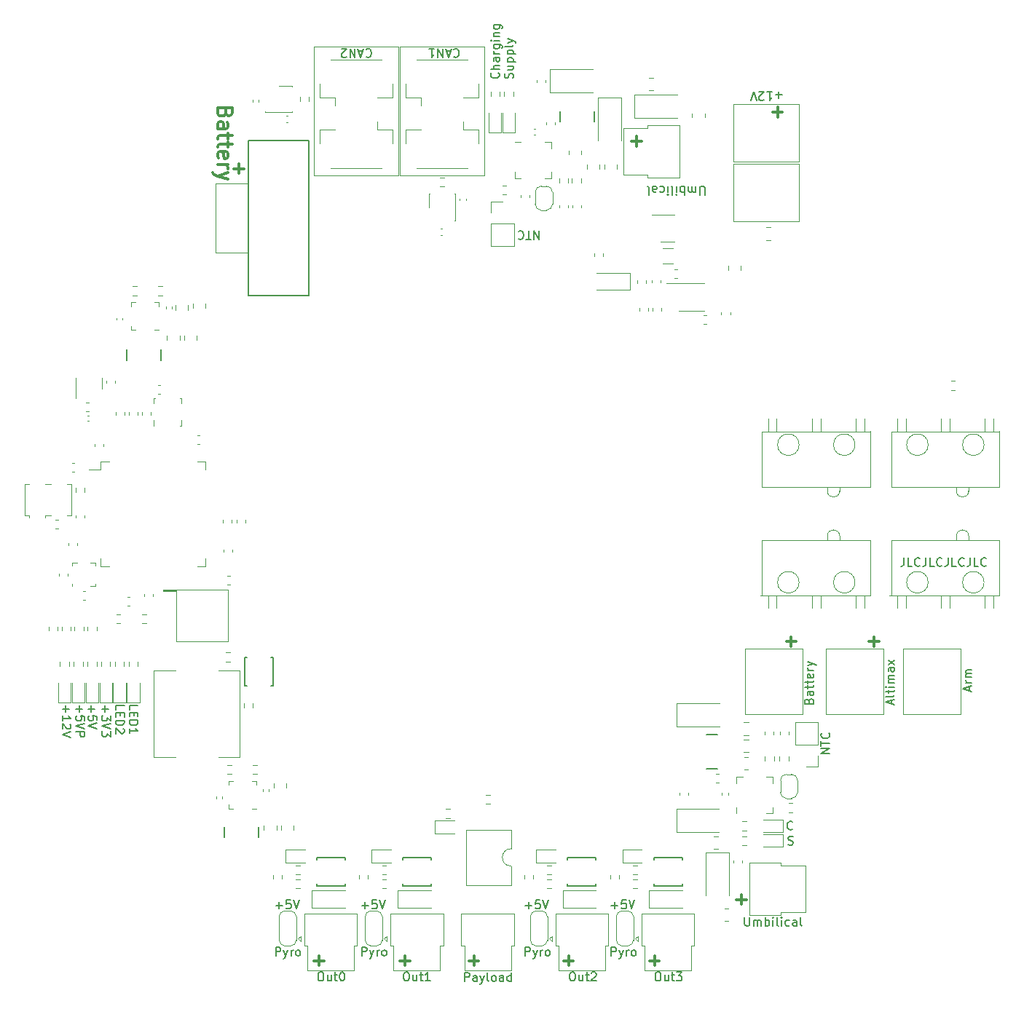
<source format=gbr>
%TF.GenerationSoftware,KiCad,Pcbnew,6.0.5-a6ca702e91~116~ubuntu20.04.1*%
%TF.CreationDate,2022-05-11T20:42:01+02:00*%
%TF.ProjectId,uHoubolt_PCB_PMU,75486f75-626f-46c7-945f-5043425f504d,rev?*%
%TF.SameCoordinates,PX8583b00PY5f5e100*%
%TF.FileFunction,Legend,Top*%
%TF.FilePolarity,Positive*%
%FSLAX46Y46*%
G04 Gerber Fmt 4.6, Leading zero omitted, Abs format (unit mm)*
G04 Created by KiCad (PCBNEW 6.0.5-a6ca702e91~116~ubuntu20.04.1) date 2022-05-11 20:42:01*
%MOMM*%
%LPD*%
G01*
G04 APERTURE LIST*
%ADD10C,0.120000*%
%ADD11C,0.200000*%
%ADD12C,0.300000*%
%ADD13C,0.150000*%
G04 APERTURE END LIST*
D10*
X-12900000Y54300000D02*
X-22700000Y54300000D01*
X-22700000Y54300000D02*
X-22700000Y39300000D01*
X-22700000Y39300000D02*
X-12900000Y39300000D01*
X-12900000Y39300000D02*
X-12900000Y54300000D01*
X-12700000Y54300000D02*
X-2900000Y54300000D01*
X-2900000Y54300000D02*
X-2900000Y39300000D01*
X-2900000Y39300000D02*
X-12700000Y39300000D01*
X-12700000Y39300000D02*
X-12700000Y54300000D01*
D11*
X-5181905Y-54402380D02*
X-5181905Y-53402380D01*
X-4800953Y-53402380D01*
X-4705715Y-53450000D01*
X-4658096Y-53497619D01*
X-4610477Y-53592857D01*
X-4610477Y-53735714D01*
X-4658096Y-53830952D01*
X-4705715Y-53878571D01*
X-4800953Y-53926190D01*
X-5181905Y-53926190D01*
X-3753334Y-54402380D02*
X-3753334Y-53878571D01*
X-3800953Y-53783333D01*
X-3896191Y-53735714D01*
X-4086667Y-53735714D01*
X-4181905Y-53783333D01*
X-3753334Y-54354761D02*
X-3848572Y-54402380D01*
X-4086667Y-54402380D01*
X-4181905Y-54354761D01*
X-4229524Y-54259523D01*
X-4229524Y-54164285D01*
X-4181905Y-54069047D01*
X-4086667Y-54021428D01*
X-3848572Y-54021428D01*
X-3753334Y-53973809D01*
X-3372381Y-53735714D02*
X-3134286Y-54402380D01*
X-2896191Y-53735714D02*
X-3134286Y-54402380D01*
X-3229524Y-54640476D01*
X-3277143Y-54688095D01*
X-3372381Y-54735714D01*
X-2372381Y-54402380D02*
X-2467620Y-54354761D01*
X-2515239Y-54259523D01*
X-2515239Y-53402380D01*
X-1848572Y-54402380D02*
X-1943810Y-54354761D01*
X-1991429Y-54307142D01*
X-2039048Y-54211904D01*
X-2039048Y-53926190D01*
X-1991429Y-53830952D01*
X-1943810Y-53783333D01*
X-1848572Y-53735714D01*
X-1705715Y-53735714D01*
X-1610477Y-53783333D01*
X-1562858Y-53830952D01*
X-1515239Y-53926190D01*
X-1515239Y-54211904D01*
X-1562858Y-54307142D01*
X-1610477Y-54354761D01*
X-1705715Y-54402380D01*
X-1848572Y-54402380D01*
X-658096Y-54402380D02*
X-658096Y-53878571D01*
X-705715Y-53783333D01*
X-800953Y-53735714D01*
X-991429Y-53735714D01*
X-1086667Y-53783333D01*
X-658096Y-54354761D02*
X-753334Y-54402380D01*
X-991429Y-54402380D01*
X-1086667Y-54354761D01*
X-1134286Y-54259523D01*
X-1134286Y-54164285D01*
X-1086667Y-54069047D01*
X-991429Y-54021428D01*
X-753334Y-54021428D01*
X-658096Y-53973809D01*
X246666Y-54402380D02*
X246666Y-53402380D01*
X246666Y-54354761D02*
X151428Y-54402380D01*
X-39048Y-54402380D01*
X-134286Y-54354761D01*
X-181905Y-54307142D01*
X-229524Y-54211904D01*
X-229524Y-53926190D01*
X-181905Y-53830952D01*
X-134286Y-53783333D01*
X-39048Y-53735714D01*
X151428Y-53735714D01*
X246666Y-53783333D01*
X-1242858Y51239524D02*
X-1195239Y51191905D01*
X-1147620Y51049048D01*
X-1147620Y50953810D01*
X-1195239Y50810953D01*
X-1290477Y50715715D01*
X-1385715Y50668096D01*
X-1576191Y50620477D01*
X-1719048Y50620477D01*
X-1909524Y50668096D01*
X-2004762Y50715715D01*
X-2100000Y50810953D01*
X-2147620Y50953810D01*
X-2147620Y51049048D01*
X-2100000Y51191905D01*
X-2052381Y51239524D01*
X-1147620Y51668096D02*
X-2147620Y51668096D01*
X-1147620Y52096667D02*
X-1671429Y52096667D01*
X-1766667Y52049048D01*
X-1814286Y51953810D01*
X-1814286Y51810953D01*
X-1766667Y51715715D01*
X-1719048Y51668096D01*
X-1147620Y53001429D02*
X-1671429Y53001429D01*
X-1766667Y52953810D01*
X-1814286Y52858572D01*
X-1814286Y52668096D01*
X-1766667Y52572858D01*
X-1195239Y53001429D02*
X-1147620Y52906191D01*
X-1147620Y52668096D01*
X-1195239Y52572858D01*
X-1290477Y52525239D01*
X-1385715Y52525239D01*
X-1480953Y52572858D01*
X-1528572Y52668096D01*
X-1528572Y52906191D01*
X-1576191Y53001429D01*
X-1147620Y53477620D02*
X-1814286Y53477620D01*
X-1623810Y53477620D02*
X-1719048Y53525239D01*
X-1766667Y53572858D01*
X-1814286Y53668096D01*
X-1814286Y53763334D01*
X-1814286Y54525239D02*
X-1004762Y54525239D01*
X-909524Y54477620D01*
X-861905Y54430000D01*
X-814286Y54334762D01*
X-814286Y54191905D01*
X-861905Y54096667D01*
X-1195239Y54525239D02*
X-1147620Y54430000D01*
X-1147620Y54239524D01*
X-1195239Y54144286D01*
X-1242858Y54096667D01*
X-1338096Y54049048D01*
X-1623810Y54049048D01*
X-1719048Y54096667D01*
X-1766667Y54144286D01*
X-1814286Y54239524D01*
X-1814286Y54430000D01*
X-1766667Y54525239D01*
X-1147620Y55001429D02*
X-1814286Y55001429D01*
X-2147620Y55001429D02*
X-2100000Y54953810D01*
X-2052381Y55001429D01*
X-2100000Y55049048D01*
X-2147620Y55001429D01*
X-2052381Y55001429D01*
X-1814286Y55477620D02*
X-1147620Y55477620D01*
X-1719048Y55477620D02*
X-1766667Y55525239D01*
X-1814286Y55620477D01*
X-1814286Y55763334D01*
X-1766667Y55858572D01*
X-1671429Y55906191D01*
X-1147620Y55906191D01*
X-1814286Y56810953D02*
X-1004762Y56810953D01*
X-909524Y56763334D01*
X-861905Y56715715D01*
X-814286Y56620477D01*
X-814286Y56477620D01*
X-861905Y56382381D01*
X-1195239Y56810953D02*
X-1147620Y56715715D01*
X-1147620Y56525239D01*
X-1195239Y56430000D01*
X-1242858Y56382381D01*
X-1338096Y56334762D01*
X-1623810Y56334762D01*
X-1719048Y56382381D01*
X-1766667Y56430000D01*
X-1814286Y56525239D01*
X-1814286Y56715715D01*
X-1766667Y56810953D01*
X-27131905Y-45571428D02*
X-26370000Y-45571428D01*
X-26750953Y-45952380D02*
X-26750953Y-45190476D01*
X-25417620Y-44952380D02*
X-25893810Y-44952380D01*
X-25941429Y-45428571D01*
X-25893810Y-45380952D01*
X-25798572Y-45333333D01*
X-25560477Y-45333333D01*
X-25465239Y-45380952D01*
X-25417620Y-45428571D01*
X-25370000Y-45523809D01*
X-25370000Y-45761904D01*
X-25417620Y-45857142D01*
X-25465239Y-45904761D01*
X-25560477Y-45952380D01*
X-25798572Y-45952380D01*
X-25893810Y-45904761D01*
X-25941429Y-45857142D01*
X-25084286Y-44952380D02*
X-24750953Y-45952380D01*
X-24417620Y-44952380D01*
X3431904Y32857381D02*
X3431904Y31857381D01*
X2860476Y32857381D01*
X2860476Y31857381D01*
X2527142Y31857381D02*
X1955714Y31857381D01*
X2241428Y32857381D02*
X2241428Y31857381D01*
X1050952Y32762143D02*
X1098571Y32809762D01*
X1241428Y32857381D01*
X1336666Y32857381D01*
X1479523Y32809762D01*
X1574761Y32714524D01*
X1622380Y32619286D01*
X1670000Y32428810D01*
X1670000Y32285953D01*
X1622380Y32095477D01*
X1574761Y32000239D01*
X1479523Y31905000D01*
X1336666Y31857381D01*
X1241428Y31857381D01*
X1098571Y31905000D01*
X1050952Y31952620D01*
X-12041429Y-53352380D02*
X-11850953Y-53352380D01*
X-11755715Y-53400000D01*
X-11660477Y-53495238D01*
X-11612858Y-53685714D01*
X-11612858Y-54019047D01*
X-11660477Y-54209523D01*
X-11755715Y-54304761D01*
X-11850953Y-54352380D01*
X-12041429Y-54352380D01*
X-12136667Y-54304761D01*
X-12231905Y-54209523D01*
X-12279524Y-54019047D01*
X-12279524Y-53685714D01*
X-12231905Y-53495238D01*
X-12136667Y-53400000D01*
X-12041429Y-53352380D01*
X-10755715Y-53685714D02*
X-10755715Y-54352380D01*
X-11184286Y-53685714D02*
X-11184286Y-54209523D01*
X-11136667Y-54304761D01*
X-11041429Y-54352380D01*
X-10898572Y-54352380D01*
X-10803334Y-54304761D01*
X-10755715Y-54257142D01*
X-10422381Y-53685714D02*
X-10041429Y-53685714D01*
X-10279524Y-53352380D02*
X-10279524Y-54209523D01*
X-10231905Y-54304761D01*
X-10136667Y-54352380D01*
X-10041429Y-54352380D01*
X-9184286Y-54352380D02*
X-9755715Y-54352380D01*
X-9470000Y-54352380D02*
X-9470000Y-53352380D01*
X-9565239Y-53495238D01*
X-9660477Y-53590476D01*
X-9755715Y-53638095D01*
X-51571429Y-22353095D02*
X-51571429Y-23115000D01*
X-51952381Y-22734047D02*
X-51190477Y-22734047D01*
X-51952381Y-24115000D02*
X-51952381Y-23543571D01*
X-51952381Y-23829285D02*
X-50952381Y-23829285D01*
X-51095239Y-23734047D01*
X-51190477Y-23638809D01*
X-51238096Y-23543571D01*
X-51047620Y-24495952D02*
X-51000000Y-24543571D01*
X-50952381Y-24638809D01*
X-50952381Y-24876904D01*
X-51000000Y-24972142D01*
X-51047620Y-25019761D01*
X-51142858Y-25067380D01*
X-51238096Y-25067380D01*
X-51380953Y-25019761D01*
X-51952381Y-24448333D01*
X-51952381Y-25067380D01*
X-50952381Y-25353095D02*
X-51952381Y-25686428D01*
X-50952381Y-26019761D01*
X27368095Y-46952380D02*
X27368095Y-47761904D01*
X27415714Y-47857142D01*
X27463333Y-47904761D01*
X27558571Y-47952380D01*
X27749047Y-47952380D01*
X27844285Y-47904761D01*
X27891904Y-47857142D01*
X27939523Y-47761904D01*
X27939523Y-46952380D01*
X28415714Y-47952380D02*
X28415714Y-47285714D01*
X28415714Y-47380952D02*
X28463333Y-47333333D01*
X28558571Y-47285714D01*
X28701428Y-47285714D01*
X28796666Y-47333333D01*
X28844285Y-47428571D01*
X28844285Y-47952380D01*
X28844285Y-47428571D02*
X28891904Y-47333333D01*
X28987142Y-47285714D01*
X29130000Y-47285714D01*
X29225238Y-47333333D01*
X29272857Y-47428571D01*
X29272857Y-47952380D01*
X29749047Y-47952380D02*
X29749047Y-46952380D01*
X29749047Y-47333333D02*
X29844285Y-47285714D01*
X30034761Y-47285714D01*
X30130000Y-47333333D01*
X30177619Y-47380952D01*
X30225238Y-47476190D01*
X30225238Y-47761904D01*
X30177619Y-47857142D01*
X30130000Y-47904761D01*
X30034761Y-47952380D01*
X29844285Y-47952380D01*
X29749047Y-47904761D01*
X30653809Y-47952380D02*
X30653809Y-47285714D01*
X30653809Y-46952380D02*
X30606190Y-47000000D01*
X30653809Y-47047619D01*
X30701428Y-47000000D01*
X30653809Y-46952380D01*
X30653809Y-47047619D01*
X31272857Y-47952380D02*
X31177619Y-47904761D01*
X31130000Y-47809523D01*
X31130000Y-46952380D01*
X31653809Y-47952380D02*
X31653809Y-47285714D01*
X31653809Y-46952380D02*
X31606190Y-47000000D01*
X31653809Y-47047619D01*
X31701428Y-47000000D01*
X31653809Y-46952380D01*
X31653809Y-47047619D01*
X32558571Y-47904761D02*
X32463333Y-47952380D01*
X32272857Y-47952380D01*
X32177619Y-47904761D01*
X32130000Y-47857142D01*
X32082380Y-47761904D01*
X32082380Y-47476190D01*
X32130000Y-47380952D01*
X32177619Y-47333333D01*
X32272857Y-47285714D01*
X32463333Y-47285714D01*
X32558571Y-47333333D01*
X33415714Y-47952380D02*
X33415714Y-47428571D01*
X33368095Y-47333333D01*
X33272857Y-47285714D01*
X33082380Y-47285714D01*
X32987142Y-47333333D01*
X33415714Y-47904761D02*
X33320476Y-47952380D01*
X33082380Y-47952380D01*
X32987142Y-47904761D01*
X32939523Y-47809523D01*
X32939523Y-47714285D01*
X32987142Y-47619047D01*
X33082380Y-47571428D01*
X33320476Y-47571428D01*
X33415714Y-47523809D01*
X34034761Y-47952380D02*
X33939523Y-47904761D01*
X33891904Y-47809523D01*
X33891904Y-46952380D01*
X17208571Y-53352380D02*
X17399047Y-53352380D01*
X17494285Y-53400000D01*
X17589523Y-53495238D01*
X17637142Y-53685714D01*
X17637142Y-54019047D01*
X17589523Y-54209523D01*
X17494285Y-54304761D01*
X17399047Y-54352380D01*
X17208571Y-54352380D01*
X17113333Y-54304761D01*
X17018095Y-54209523D01*
X16970476Y-54019047D01*
X16970476Y-53685714D01*
X17018095Y-53495238D01*
X17113333Y-53400000D01*
X17208571Y-53352380D01*
X18494285Y-53685714D02*
X18494285Y-54352380D01*
X18065714Y-53685714D02*
X18065714Y-54209523D01*
X18113333Y-54304761D01*
X18208571Y-54352380D01*
X18351428Y-54352380D01*
X18446666Y-54304761D01*
X18494285Y-54257142D01*
X18827619Y-53685714D02*
X19208571Y-53685714D01*
X18970476Y-53352380D02*
X18970476Y-54209523D01*
X19018095Y-54304761D01*
X19113333Y-54352380D01*
X19208571Y-54352380D01*
X19446666Y-53352380D02*
X20065714Y-53352380D01*
X19732380Y-53733333D01*
X19875238Y-53733333D01*
X19970476Y-53780952D01*
X20018095Y-53828571D01*
X20065714Y-53923809D01*
X20065714Y-54161904D01*
X20018095Y-54257142D01*
X19970476Y-54304761D01*
X19875238Y-54352380D01*
X19589523Y-54352380D01*
X19494285Y-54304761D01*
X19446666Y-54257142D01*
X-16639524Y53957143D02*
X-16591905Y54004762D01*
X-16449048Y54052381D01*
X-16353810Y54052381D01*
X-16210953Y54004762D01*
X-16115715Y53909524D01*
X-16068096Y53814286D01*
X-16020477Y53623810D01*
X-16020477Y53480953D01*
X-16068096Y53290477D01*
X-16115715Y53195239D01*
X-16210953Y53100000D01*
X-16353810Y53052381D01*
X-16449048Y53052381D01*
X-16591905Y53100000D01*
X-16639524Y53147620D01*
X-17020477Y53766667D02*
X-17496667Y53766667D01*
X-16925239Y54052381D02*
X-17258572Y53052381D01*
X-17591905Y54052381D01*
X-17925239Y54052381D02*
X-17925239Y53052381D01*
X-18496667Y54052381D01*
X-18496667Y53052381D01*
X-18925239Y53147620D02*
X-18972858Y53100000D01*
X-19068096Y53052381D01*
X-19306191Y53052381D01*
X-19401429Y53100000D01*
X-19449048Y53147620D01*
X-19496667Y53242858D01*
X-19496667Y53338096D01*
X-19449048Y53480953D01*
X-18877620Y54052381D01*
X-19496667Y54052381D01*
X-49971429Y-22353095D02*
X-49971429Y-23115000D01*
X-50352381Y-22734047D02*
X-49590477Y-22734047D01*
X-49352381Y-24067380D02*
X-49352381Y-23591190D01*
X-49828572Y-23543571D01*
X-49780953Y-23591190D01*
X-49733334Y-23686428D01*
X-49733334Y-23924523D01*
X-49780953Y-24019761D01*
X-49828572Y-24067380D01*
X-49923810Y-24115000D01*
X-50161905Y-24115000D01*
X-50257143Y-24067380D01*
X-50304762Y-24019761D01*
X-50352381Y-23924523D01*
X-50352381Y-23686428D01*
X-50304762Y-23591190D01*
X-50257143Y-23543571D01*
X-49352381Y-24400714D02*
X-50352381Y-24734047D01*
X-49352381Y-25067380D01*
X-50352381Y-25400714D02*
X-49352381Y-25400714D01*
X-49352381Y-25781666D01*
X-49400000Y-25876904D01*
X-49447620Y-25924523D01*
X-49542858Y-25972142D01*
X-49685715Y-25972142D01*
X-49780953Y-25924523D01*
X-49828572Y-25876904D01*
X-49876191Y-25781666D01*
X-49876191Y-25400714D01*
X1868095Y-45571428D02*
X2630000Y-45571428D01*
X2249047Y-45952380D02*
X2249047Y-45190476D01*
X3582380Y-44952380D02*
X3106190Y-44952380D01*
X3058571Y-45428571D01*
X3106190Y-45380952D01*
X3201428Y-45333333D01*
X3439523Y-45333333D01*
X3534761Y-45380952D01*
X3582380Y-45428571D01*
X3630000Y-45523809D01*
X3630000Y-45761904D01*
X3582380Y-45857142D01*
X3534761Y-45904761D01*
X3439523Y-45952380D01*
X3201428Y-45952380D01*
X3106190Y-45904761D01*
X3058571Y-45857142D01*
X3915714Y-44952380D02*
X4249047Y-45952380D01*
X4582380Y-44952380D01*
X1868095Y-51452380D02*
X1868095Y-50452380D01*
X2249047Y-50452380D01*
X2344285Y-50500000D01*
X2391904Y-50547619D01*
X2439523Y-50642857D01*
X2439523Y-50785714D01*
X2391904Y-50880952D01*
X2344285Y-50928571D01*
X2249047Y-50976190D01*
X1868095Y-50976190D01*
X2772857Y-50785714D02*
X3010952Y-51452380D01*
X3249047Y-50785714D02*
X3010952Y-51452380D01*
X2915714Y-51690476D01*
X2868095Y-51738095D01*
X2772857Y-51785714D01*
X3630000Y-51452380D02*
X3630000Y-50785714D01*
X3630000Y-50976190D02*
X3677619Y-50880952D01*
X3725238Y-50833333D01*
X3820476Y-50785714D01*
X3915714Y-50785714D01*
X4391904Y-51452380D02*
X4296666Y-51404761D01*
X4249047Y-51357142D01*
X4201428Y-51261904D01*
X4201428Y-50976190D01*
X4249047Y-50880952D01*
X4296666Y-50833333D01*
X4391904Y-50785714D01*
X4534761Y-50785714D01*
X4630000Y-50833333D01*
X4677619Y-50880952D01*
X4725238Y-50976190D01*
X4725238Y-51261904D01*
X4677619Y-51357142D01*
X4630000Y-51404761D01*
X4534761Y-51452380D01*
X4391904Y-51452380D01*
X-46971429Y-22353095D02*
X-46971429Y-23115000D01*
X-47352381Y-22734047D02*
X-46590477Y-22734047D01*
X-46352381Y-23495952D02*
X-46352381Y-24115000D01*
X-46733334Y-23781666D01*
X-46733334Y-23924523D01*
X-46780953Y-24019761D01*
X-46828572Y-24067380D01*
X-46923810Y-24115000D01*
X-47161905Y-24115000D01*
X-47257143Y-24067380D01*
X-47304762Y-24019761D01*
X-47352381Y-23924523D01*
X-47352381Y-23638809D01*
X-47304762Y-23543571D01*
X-47257143Y-23495952D01*
X-46352381Y-24400714D02*
X-47352381Y-24734047D01*
X-46352381Y-25067380D01*
X-46352381Y-25305476D02*
X-46352381Y-25924523D01*
X-46733334Y-25591190D01*
X-46733334Y-25734047D01*
X-46780953Y-25829285D01*
X-46828572Y-25876904D01*
X-46923810Y-25924523D01*
X-47161905Y-25924523D01*
X-47257143Y-25876904D01*
X-47304762Y-25829285D01*
X-47352381Y-25734047D01*
X-47352381Y-25448333D01*
X-47304762Y-25353095D01*
X-47257143Y-25305476D01*
X-48571429Y-22340595D02*
X-48571429Y-23102500D01*
X-48952381Y-22721547D02*
X-48190477Y-22721547D01*
X-47952381Y-24054880D02*
X-47952381Y-23578690D01*
X-48428572Y-23531071D01*
X-48380953Y-23578690D01*
X-48333334Y-23673928D01*
X-48333334Y-23912023D01*
X-48380953Y-24007261D01*
X-48428572Y-24054880D01*
X-48523810Y-24102500D01*
X-48761905Y-24102500D01*
X-48857143Y-24054880D01*
X-48904762Y-24007261D01*
X-48952381Y-23912023D01*
X-48952381Y-23673928D01*
X-48904762Y-23578690D01*
X-48857143Y-23531071D01*
X-47952381Y-24388214D02*
X-48952381Y-24721547D01*
X-47952381Y-25054880D01*
X32420476Y-38504761D02*
X32563333Y-38552380D01*
X32801428Y-38552380D01*
X32896666Y-38504761D01*
X32944285Y-38457142D01*
X32991904Y-38361904D01*
X32991904Y-38266666D01*
X32944285Y-38171428D01*
X32896666Y-38123809D01*
X32801428Y-38076190D01*
X32610952Y-38028571D01*
X32515714Y-37980952D01*
X32468095Y-37933333D01*
X32420476Y-37838095D01*
X32420476Y-37742857D01*
X32468095Y-37647619D01*
X32515714Y-37600000D01*
X32610952Y-37552380D01*
X32849047Y-37552380D01*
X32991904Y-37600000D01*
D12*
X-4107143Y-51428571D02*
X-4107143Y-52571428D01*
X-4678572Y-52000000D02*
X-3535715Y-52000000D01*
D11*
X-21991429Y-53352380D02*
X-21800953Y-53352380D01*
X-21705715Y-53400000D01*
X-21610477Y-53495238D01*
X-21562858Y-53685714D01*
X-21562858Y-54019047D01*
X-21610477Y-54209523D01*
X-21705715Y-54304761D01*
X-21800953Y-54352380D01*
X-21991429Y-54352380D01*
X-22086667Y-54304761D01*
X-22181905Y-54209523D01*
X-22229524Y-54019047D01*
X-22229524Y-53685714D01*
X-22181905Y-53495238D01*
X-22086667Y-53400000D01*
X-21991429Y-53352380D01*
X-20705715Y-53685714D02*
X-20705715Y-54352380D01*
X-21134286Y-53685714D02*
X-21134286Y-54209523D01*
X-21086667Y-54304761D01*
X-20991429Y-54352380D01*
X-20848572Y-54352380D01*
X-20753334Y-54304761D01*
X-20705715Y-54257142D01*
X-20372381Y-53685714D02*
X-19991429Y-53685714D01*
X-20229524Y-53352380D02*
X-20229524Y-54209523D01*
X-20181905Y-54304761D01*
X-20086667Y-54352380D01*
X-19991429Y-54352380D01*
X-19467620Y-53352380D02*
X-19372381Y-53352380D01*
X-19277143Y-53400000D01*
X-19229524Y-53447619D01*
X-19181905Y-53542857D01*
X-19134286Y-53733333D01*
X-19134286Y-53971428D01*
X-19181905Y-54161904D01*
X-19229524Y-54257142D01*
X-19277143Y-54304761D01*
X-19372381Y-54352380D01*
X-19467620Y-54352380D01*
X-19562858Y-54304761D01*
X-19610477Y-54257142D01*
X-19658096Y-54161904D01*
X-19705715Y-53971428D01*
X-19705715Y-53733333D01*
X-19658096Y-53542857D01*
X-19610477Y-53447619D01*
X-19562858Y-53400000D01*
X-19467620Y-53352380D01*
D12*
X-31407143Y40671429D02*
X-31407143Y39528572D01*
X-31978572Y40100000D02*
X-30835715Y40100000D01*
D11*
X7258571Y-53352380D02*
X7449047Y-53352380D01*
X7544285Y-53400000D01*
X7639523Y-53495238D01*
X7687142Y-53685714D01*
X7687142Y-54019047D01*
X7639523Y-54209523D01*
X7544285Y-54304761D01*
X7449047Y-54352380D01*
X7258571Y-54352380D01*
X7163333Y-54304761D01*
X7068095Y-54209523D01*
X7020476Y-54019047D01*
X7020476Y-53685714D01*
X7068095Y-53495238D01*
X7163333Y-53400000D01*
X7258571Y-53352380D01*
X8544285Y-53685714D02*
X8544285Y-54352380D01*
X8115714Y-53685714D02*
X8115714Y-54209523D01*
X8163333Y-54304761D01*
X8258571Y-54352380D01*
X8401428Y-54352380D01*
X8496666Y-54304761D01*
X8544285Y-54257142D01*
X8877619Y-53685714D02*
X9258571Y-53685714D01*
X9020476Y-53352380D02*
X9020476Y-54209523D01*
X9068095Y-54304761D01*
X9163333Y-54352380D01*
X9258571Y-54352380D01*
X9544285Y-53447619D02*
X9591904Y-53400000D01*
X9687142Y-53352380D01*
X9925238Y-53352380D01*
X10020476Y-53400000D01*
X10068095Y-53447619D01*
X10115714Y-53542857D01*
X10115714Y-53638095D01*
X10068095Y-53780952D01*
X9496666Y-54352380D01*
X10115714Y-54352380D01*
X404761Y50620477D02*
X452380Y50763334D01*
X452380Y51001429D01*
X404761Y51096667D01*
X357142Y51144286D01*
X261904Y51191905D01*
X166666Y51191905D01*
X71428Y51144286D01*
X23809Y51096667D01*
X-23810Y51001429D01*
X-71429Y50810953D01*
X-119048Y50715715D01*
X-166667Y50668096D01*
X-261905Y50620477D01*
X-357143Y50620477D01*
X-452381Y50668096D01*
X-500000Y50715715D01*
X-547620Y50810953D01*
X-547620Y51049048D01*
X-500000Y51191905D01*
X-214286Y52049048D02*
X452380Y52049048D01*
X-214286Y51620477D02*
X309523Y51620477D01*
X404761Y51668096D01*
X452380Y51763334D01*
X452380Y51906191D01*
X404761Y52001429D01*
X357142Y52049048D01*
X-214286Y52525239D02*
X785714Y52525239D01*
X-166667Y52525239D02*
X-214286Y52620477D01*
X-214286Y52810953D01*
X-166667Y52906191D01*
X-119048Y52953810D01*
X-23810Y53001429D01*
X261904Y53001429D01*
X357142Y52953810D01*
X404761Y52906191D01*
X452380Y52810953D01*
X452380Y52620477D01*
X404761Y52525239D01*
X-214286Y53430000D02*
X785714Y53430000D01*
X-166667Y53430000D02*
X-214286Y53525239D01*
X-214286Y53715715D01*
X-166667Y53810953D01*
X-119048Y53858572D01*
X-23810Y53906191D01*
X261904Y53906191D01*
X357142Y53858572D01*
X404761Y53810953D01*
X452380Y53715715D01*
X452380Y53525239D01*
X404761Y53430000D01*
X452380Y54477620D02*
X404761Y54382381D01*
X309523Y54334762D01*
X-547620Y54334762D01*
X-214286Y54763334D02*
X452380Y55001429D01*
X-214286Y55239524D02*
X452380Y55001429D01*
X690476Y54906191D01*
X738095Y54858572D01*
X785714Y54763334D01*
D12*
X32792857Y-14328571D02*
X32792857Y-15471428D01*
X32221428Y-14900000D02*
X33364285Y-14900000D01*
D11*
X11868095Y-51452380D02*
X11868095Y-50452380D01*
X12249047Y-50452380D01*
X12344285Y-50500000D01*
X12391904Y-50547619D01*
X12439523Y-50642857D01*
X12439523Y-50785714D01*
X12391904Y-50880952D01*
X12344285Y-50928571D01*
X12249047Y-50976190D01*
X11868095Y-50976190D01*
X12772857Y-50785714D02*
X13010952Y-51452380D01*
X13249047Y-50785714D02*
X13010952Y-51452380D01*
X12915714Y-51690476D01*
X12868095Y-51738095D01*
X12772857Y-51785714D01*
X13630000Y-51452380D02*
X13630000Y-50785714D01*
X13630000Y-50976190D02*
X13677619Y-50880952D01*
X13725238Y-50833333D01*
X13820476Y-50785714D01*
X13915714Y-50785714D01*
X14391904Y-51452380D02*
X14296666Y-51404761D01*
X14249047Y-51357142D01*
X14201428Y-51261904D01*
X14201428Y-50976190D01*
X14249047Y-50880952D01*
X14296666Y-50833333D01*
X14391904Y-50785714D01*
X14534761Y-50785714D01*
X14630000Y-50833333D01*
X14677619Y-50880952D01*
X14725238Y-50976190D01*
X14725238Y-51261904D01*
X14677619Y-51357142D01*
X14630000Y-51404761D01*
X14534761Y-51452380D01*
X14391904Y-51452380D01*
X44466666Y-22179523D02*
X44466666Y-21703333D01*
X44752380Y-22274761D02*
X43752380Y-21941428D01*
X44752380Y-21608095D01*
X44752380Y-21131904D02*
X44704761Y-21227142D01*
X44609523Y-21274761D01*
X43752380Y-21274761D01*
X44085714Y-20893809D02*
X44085714Y-20512857D01*
X43752380Y-20750952D02*
X44609523Y-20750952D01*
X44704761Y-20703333D01*
X44752380Y-20608095D01*
X44752380Y-20512857D01*
X44752380Y-20179523D02*
X44085714Y-20179523D01*
X43752380Y-20179523D02*
X43800000Y-20227142D01*
X43847619Y-20179523D01*
X43800000Y-20131904D01*
X43752380Y-20179523D01*
X43847619Y-20179523D01*
X44752380Y-19703333D02*
X44085714Y-19703333D01*
X44180952Y-19703333D02*
X44133333Y-19655714D01*
X44085714Y-19560476D01*
X44085714Y-19417619D01*
X44133333Y-19322380D01*
X44228571Y-19274761D01*
X44752380Y-19274761D01*
X44228571Y-19274761D02*
X44133333Y-19227142D01*
X44085714Y-19131904D01*
X44085714Y-18989047D01*
X44133333Y-18893809D01*
X44228571Y-18846190D01*
X44752380Y-18846190D01*
X44752380Y-17941428D02*
X44228571Y-17941428D01*
X44133333Y-17989047D01*
X44085714Y-18084285D01*
X44085714Y-18274761D01*
X44133333Y-18370000D01*
X44704761Y-17941428D02*
X44752380Y-18036666D01*
X44752380Y-18274761D01*
X44704761Y-18370000D01*
X44609523Y-18417619D01*
X44514285Y-18417619D01*
X44419047Y-18370000D01*
X44371428Y-18274761D01*
X44371428Y-18036666D01*
X44323809Y-17941428D01*
X44752380Y-17560476D02*
X44085714Y-17036666D01*
X44085714Y-17560476D02*
X44752380Y-17036666D01*
X53466666Y-20579523D02*
X53466666Y-20103333D01*
X53752380Y-20674761D02*
X52752380Y-20341428D01*
X53752380Y-20008095D01*
X53752380Y-19674761D02*
X53085714Y-19674761D01*
X53276190Y-19674761D02*
X53180952Y-19627142D01*
X53133333Y-19579523D01*
X53085714Y-19484285D01*
X53085714Y-19389047D01*
X53752380Y-19055714D02*
X53085714Y-19055714D01*
X53180952Y-19055714D02*
X53133333Y-19008095D01*
X53085714Y-18912857D01*
X53085714Y-18770000D01*
X53133333Y-18674761D01*
X53228571Y-18627142D01*
X53752380Y-18627142D01*
X53228571Y-18627142D02*
X53133333Y-18579523D01*
X53085714Y-18484285D01*
X53085714Y-18341428D01*
X53133333Y-18246190D01*
X53228571Y-18198571D01*
X53752380Y-18198571D01*
X31731904Y48671429D02*
X30970000Y48671429D01*
X31350952Y49052381D02*
X31350952Y48290477D01*
X29970000Y49052381D02*
X30541428Y49052381D01*
X30255714Y49052381D02*
X30255714Y48052381D01*
X30350952Y48195239D01*
X30446190Y48290477D01*
X30541428Y48338096D01*
X29589047Y48147620D02*
X29541428Y48100000D01*
X29446190Y48052381D01*
X29208095Y48052381D01*
X29112857Y48100000D01*
X29065238Y48147620D01*
X29017619Y48242858D01*
X29017619Y48338096D01*
X29065238Y48480953D01*
X29636666Y49052381D01*
X29017619Y49052381D01*
X28731904Y48052381D02*
X28398571Y49052381D01*
X28065238Y48052381D01*
X11868095Y-45571428D02*
X12630000Y-45571428D01*
X12249047Y-45952380D02*
X12249047Y-45190476D01*
X13582380Y-44952380D02*
X13106190Y-44952380D01*
X13058571Y-45428571D01*
X13106190Y-45380952D01*
X13201428Y-45333333D01*
X13439523Y-45333333D01*
X13534761Y-45380952D01*
X13582380Y-45428571D01*
X13630000Y-45523809D01*
X13630000Y-45761904D01*
X13582380Y-45857142D01*
X13534761Y-45904761D01*
X13439523Y-45952380D01*
X13201428Y-45952380D01*
X13106190Y-45904761D01*
X13058571Y-45857142D01*
X13915714Y-44952380D02*
X14249047Y-45952380D01*
X14582380Y-44952380D01*
D12*
X14792857Y43871429D02*
X14792857Y42728572D01*
X14221428Y43300000D02*
X15364285Y43300000D01*
D11*
X-17131905Y-51452380D02*
X-17131905Y-50452380D01*
X-16750953Y-50452380D01*
X-16655715Y-50500000D01*
X-16608096Y-50547619D01*
X-16560477Y-50642857D01*
X-16560477Y-50785714D01*
X-16608096Y-50880952D01*
X-16655715Y-50928571D01*
X-16750953Y-50976190D01*
X-17131905Y-50976190D01*
X-16227143Y-50785714D02*
X-15989048Y-51452380D01*
X-15750953Y-50785714D02*
X-15989048Y-51452380D01*
X-16084286Y-51690476D01*
X-16131905Y-51738095D01*
X-16227143Y-51785714D01*
X-15370000Y-51452380D02*
X-15370000Y-50785714D01*
X-15370000Y-50976190D02*
X-15322381Y-50880952D01*
X-15274762Y-50833333D01*
X-15179524Y-50785714D01*
X-15084286Y-50785714D01*
X-14608096Y-51452380D02*
X-14703334Y-51404761D01*
X-14750953Y-51357142D01*
X-14798572Y-51261904D01*
X-14798572Y-50976190D01*
X-14750953Y-50880952D01*
X-14703334Y-50833333D01*
X-14608096Y-50785714D01*
X-14465239Y-50785714D01*
X-14370000Y-50833333D01*
X-14322381Y-50880952D01*
X-14274762Y-50976190D01*
X-14274762Y-51261904D01*
X-14322381Y-51357142D01*
X-14370000Y-51404761D01*
X-14465239Y-51452380D01*
X-14608096Y-51452380D01*
X32939523Y-36686793D02*
X32891904Y-36734412D01*
X32749047Y-36782031D01*
X32653809Y-36782031D01*
X32510952Y-36734412D01*
X32415714Y-36639174D01*
X32368095Y-36543936D01*
X32320476Y-36353460D01*
X32320476Y-36210603D01*
X32368095Y-36020127D01*
X32415714Y-35924889D01*
X32510952Y-35829651D01*
X32653809Y-35782031D01*
X32749047Y-35782031D01*
X32891904Y-35829651D01*
X32939523Y-35877270D01*
X37252380Y-27931904D02*
X36252380Y-27931904D01*
X37252380Y-27360476D01*
X36252380Y-27360476D01*
X36252380Y-27027142D02*
X36252380Y-26455714D01*
X37252380Y-26741428D02*
X36252380Y-26741428D01*
X37157142Y-25550952D02*
X37204761Y-25598571D01*
X37252380Y-25741428D01*
X37252380Y-25836666D01*
X37204761Y-25979523D01*
X37109523Y-26074761D01*
X37014285Y-26122380D01*
X36823809Y-26170000D01*
X36680952Y-26170000D01*
X36490476Y-26122380D01*
X36395238Y-26074761D01*
X36300000Y-25979523D01*
X36252380Y-25836666D01*
X36252380Y-25741428D01*
X36300000Y-25598571D01*
X36347619Y-25550952D01*
X-45752381Y-22829285D02*
X-45752381Y-22353095D01*
X-44752381Y-22353095D01*
X-45228572Y-23162619D02*
X-45228572Y-23495952D01*
X-45752381Y-23638809D02*
X-45752381Y-23162619D01*
X-44752381Y-23162619D01*
X-44752381Y-23638809D01*
X-45752381Y-24067380D02*
X-44752381Y-24067380D01*
X-44752381Y-24305476D01*
X-44800000Y-24448333D01*
X-44895239Y-24543571D01*
X-44990477Y-24591190D01*
X-45180953Y-24638809D01*
X-45323810Y-24638809D01*
X-45514286Y-24591190D01*
X-45609524Y-24543571D01*
X-45704762Y-24448333D01*
X-45752381Y-24305476D01*
X-45752381Y-24067380D01*
X-44847620Y-25019761D02*
X-44800000Y-25067380D01*
X-44752381Y-25162619D01*
X-44752381Y-25400714D01*
X-44800000Y-25495952D01*
X-44847620Y-25543571D01*
X-44942858Y-25591190D01*
X-45038096Y-25591190D01*
X-45180953Y-25543571D01*
X-45752381Y-24972142D01*
X-45752381Y-25591190D01*
D12*
X26992857Y-44328571D02*
X26992857Y-45471428D01*
X26421428Y-44900000D02*
X27564285Y-44900000D01*
X42392857Y-14328571D02*
X42392857Y-15471428D01*
X41821428Y-14900000D02*
X42964285Y-14900000D01*
X-12107143Y-51428571D02*
X-12107143Y-52571428D01*
X-12678572Y-52000000D02*
X-11535715Y-52000000D01*
X16892857Y-51428571D02*
X16892857Y-52571428D01*
X16321428Y-52000000D02*
X17464285Y-52000000D01*
X6892857Y-51428571D02*
X6892857Y-52571428D01*
X6321428Y-52000000D02*
X7464285Y-52000000D01*
D11*
X-17131905Y-45571428D02*
X-16370000Y-45571428D01*
X-16750953Y-45952380D02*
X-16750953Y-45190476D01*
X-15417620Y-44952380D02*
X-15893810Y-44952380D01*
X-15941429Y-45428571D01*
X-15893810Y-45380952D01*
X-15798572Y-45333333D01*
X-15560477Y-45333333D01*
X-15465239Y-45380952D01*
X-15417620Y-45428571D01*
X-15370000Y-45523809D01*
X-15370000Y-45761904D01*
X-15417620Y-45857142D01*
X-15465239Y-45904761D01*
X-15560477Y-45952380D01*
X-15798572Y-45952380D01*
X-15893810Y-45904761D01*
X-15941429Y-45857142D01*
X-15084286Y-44952380D02*
X-14750953Y-45952380D01*
X-14417620Y-44952380D01*
X-27131905Y-51452380D02*
X-27131905Y-50452380D01*
X-26750953Y-50452380D01*
X-26655715Y-50500000D01*
X-26608096Y-50547619D01*
X-26560477Y-50642857D01*
X-26560477Y-50785714D01*
X-26608096Y-50880952D01*
X-26655715Y-50928571D01*
X-26750953Y-50976190D01*
X-27131905Y-50976190D01*
X-26227143Y-50785714D02*
X-25989048Y-51452380D01*
X-25750953Y-50785714D02*
X-25989048Y-51452380D01*
X-26084286Y-51690476D01*
X-26131905Y-51738095D01*
X-26227143Y-51785714D01*
X-25370000Y-51452380D02*
X-25370000Y-50785714D01*
X-25370000Y-50976190D02*
X-25322381Y-50880952D01*
X-25274762Y-50833333D01*
X-25179524Y-50785714D01*
X-25084286Y-50785714D01*
X-24608096Y-51452380D02*
X-24703334Y-51404761D01*
X-24750953Y-51357142D01*
X-24798572Y-51261904D01*
X-24798572Y-50976190D01*
X-24750953Y-50880952D01*
X-24703334Y-50833333D01*
X-24608096Y-50785714D01*
X-24465239Y-50785714D01*
X-24370000Y-50833333D01*
X-24322381Y-50880952D01*
X-24274762Y-50976190D01*
X-24274762Y-51261904D01*
X-24322381Y-51357142D01*
X-24370000Y-51404761D01*
X-24465239Y-51452380D01*
X-24608096Y-51452380D01*
X34828571Y-21798571D02*
X34876190Y-21655714D01*
X34923809Y-21608095D01*
X35019047Y-21560476D01*
X35161904Y-21560476D01*
X35257142Y-21608095D01*
X35304761Y-21655714D01*
X35352380Y-21750952D01*
X35352380Y-22131904D01*
X34352380Y-22131904D01*
X34352380Y-21798571D01*
X34400000Y-21703333D01*
X34447619Y-21655714D01*
X34542857Y-21608095D01*
X34638095Y-21608095D01*
X34733333Y-21655714D01*
X34780952Y-21703333D01*
X34828571Y-21798571D01*
X34828571Y-22131904D01*
X35352380Y-20703333D02*
X34828571Y-20703333D01*
X34733333Y-20750952D01*
X34685714Y-20846190D01*
X34685714Y-21036666D01*
X34733333Y-21131904D01*
X35304761Y-20703333D02*
X35352380Y-20798571D01*
X35352380Y-21036666D01*
X35304761Y-21131904D01*
X35209523Y-21179523D01*
X35114285Y-21179523D01*
X35019047Y-21131904D01*
X34971428Y-21036666D01*
X34971428Y-20798571D01*
X34923809Y-20703333D01*
X34685714Y-20370000D02*
X34685714Y-19989047D01*
X34352380Y-20227142D02*
X35209523Y-20227142D01*
X35304761Y-20179523D01*
X35352380Y-20084285D01*
X35352380Y-19989047D01*
X34685714Y-19798571D02*
X34685714Y-19417619D01*
X34352380Y-19655714D02*
X35209523Y-19655714D01*
X35304761Y-19608095D01*
X35352380Y-19512857D01*
X35352380Y-19417619D01*
X35304761Y-18703333D02*
X35352380Y-18798571D01*
X35352380Y-18989047D01*
X35304761Y-19084285D01*
X35209523Y-19131904D01*
X34828571Y-19131904D01*
X34733333Y-19084285D01*
X34685714Y-18989047D01*
X34685714Y-18798571D01*
X34733333Y-18703333D01*
X34828571Y-18655714D01*
X34923809Y-18655714D01*
X35019047Y-19131904D01*
X35352380Y-18227142D02*
X34685714Y-18227142D01*
X34876190Y-18227142D02*
X34780952Y-18179523D01*
X34733333Y-18131904D01*
X34685714Y-18036666D01*
X34685714Y-17941428D01*
X34685714Y-17703333D02*
X35352380Y-17465238D01*
X34685714Y-17227142D02*
X35352380Y-17465238D01*
X35590476Y-17560476D01*
X35638095Y-17608095D01*
X35685714Y-17703333D01*
D13*
X45880952Y-5152380D02*
X45880952Y-5866666D01*
X45833333Y-6009523D01*
X45738095Y-6104761D01*
X45595238Y-6152380D01*
X45500000Y-6152380D01*
X46833333Y-6152380D02*
X46357142Y-6152380D01*
X46357142Y-5152380D01*
X47738095Y-6057142D02*
X47690476Y-6104761D01*
X47547619Y-6152380D01*
X47452380Y-6152380D01*
X47309523Y-6104761D01*
X47214285Y-6009523D01*
X47166666Y-5914285D01*
X47119047Y-5723809D01*
X47119047Y-5580952D01*
X47166666Y-5390476D01*
X47214285Y-5295238D01*
X47309523Y-5200000D01*
X47452380Y-5152380D01*
X47547619Y-5152380D01*
X47690476Y-5200000D01*
X47738095Y-5247619D01*
X48452380Y-5152380D02*
X48452380Y-5866666D01*
X48404761Y-6009523D01*
X48309523Y-6104761D01*
X48166666Y-6152380D01*
X48071428Y-6152380D01*
X49404761Y-6152380D02*
X48928571Y-6152380D01*
X48928571Y-5152380D01*
X50309523Y-6057142D02*
X50261904Y-6104761D01*
X50119047Y-6152380D01*
X50023809Y-6152380D01*
X49880952Y-6104761D01*
X49785714Y-6009523D01*
X49738095Y-5914285D01*
X49690476Y-5723809D01*
X49690476Y-5580952D01*
X49738095Y-5390476D01*
X49785714Y-5295238D01*
X49880952Y-5200000D01*
X50023809Y-5152380D01*
X50119047Y-5152380D01*
X50261904Y-5200000D01*
X50309523Y-5247619D01*
X51023809Y-5152380D02*
X51023809Y-5866666D01*
X50976190Y-6009523D01*
X50880952Y-6104761D01*
X50738095Y-6152380D01*
X50642857Y-6152380D01*
X51976190Y-6152380D02*
X51500000Y-6152380D01*
X51500000Y-5152380D01*
X52880952Y-6057142D02*
X52833333Y-6104761D01*
X52690476Y-6152380D01*
X52595238Y-6152380D01*
X52452380Y-6104761D01*
X52357142Y-6009523D01*
X52309523Y-5914285D01*
X52261904Y-5723809D01*
X52261904Y-5580952D01*
X52309523Y-5390476D01*
X52357142Y-5295238D01*
X52452380Y-5200000D01*
X52595238Y-5152380D01*
X52690476Y-5152380D01*
X52833333Y-5200000D01*
X52880952Y-5247619D01*
X53595238Y-5152380D02*
X53595238Y-5866666D01*
X53547619Y-6009523D01*
X53452380Y-6104761D01*
X53309523Y-6152380D01*
X53214285Y-6152380D01*
X54547619Y-6152380D02*
X54071428Y-6152380D01*
X54071428Y-5152380D01*
X55452380Y-6057142D02*
X55404761Y-6104761D01*
X55261904Y-6152380D01*
X55166666Y-6152380D01*
X55023809Y-6104761D01*
X54928571Y-6009523D01*
X54880952Y-5914285D01*
X54833333Y-5723809D01*
X54833333Y-5580952D01*
X54880952Y-5390476D01*
X54928571Y-5295238D01*
X55023809Y-5200000D01*
X55166666Y-5152380D01*
X55261904Y-5152380D01*
X55404761Y-5200000D01*
X55452380Y-5247619D01*
D11*
X-6439524Y53957143D02*
X-6391905Y54004762D01*
X-6249048Y54052381D01*
X-6153810Y54052381D01*
X-6010953Y54004762D01*
X-5915715Y53909524D01*
X-5868096Y53814286D01*
X-5820477Y53623810D01*
X-5820477Y53480953D01*
X-5868096Y53290477D01*
X-5915715Y53195239D01*
X-6010953Y53100000D01*
X-6153810Y53052381D01*
X-6249048Y53052381D01*
X-6391905Y53100000D01*
X-6439524Y53147620D01*
X-6820477Y53766667D02*
X-7296667Y53766667D01*
X-6725239Y54052381D02*
X-7058572Y53052381D01*
X-7391905Y54052381D01*
X-7725239Y54052381D02*
X-7725239Y53052381D01*
X-8296667Y54052381D01*
X-8296667Y53052381D01*
X-9296667Y54052381D02*
X-8725239Y54052381D01*
X-9010953Y54052381D02*
X-9010953Y53052381D01*
X-8915715Y53195239D01*
X-8820477Y53290477D01*
X-8725239Y53338096D01*
X22731904Y37052381D02*
X22731904Y37861905D01*
X22684285Y37957143D01*
X22636666Y38004762D01*
X22541428Y38052381D01*
X22350952Y38052381D01*
X22255714Y38004762D01*
X22208095Y37957143D01*
X22160476Y37861905D01*
X22160476Y37052381D01*
X21684285Y38052381D02*
X21684285Y37385715D01*
X21684285Y37480953D02*
X21636666Y37433334D01*
X21541428Y37385715D01*
X21398571Y37385715D01*
X21303333Y37433334D01*
X21255714Y37528572D01*
X21255714Y38052381D01*
X21255714Y37528572D02*
X21208095Y37433334D01*
X21112857Y37385715D01*
X20970000Y37385715D01*
X20874761Y37433334D01*
X20827142Y37528572D01*
X20827142Y38052381D01*
X20350952Y38052381D02*
X20350952Y37052381D01*
X20350952Y37433334D02*
X20255714Y37385715D01*
X20065238Y37385715D01*
X19970000Y37433334D01*
X19922380Y37480953D01*
X19874761Y37576191D01*
X19874761Y37861905D01*
X19922380Y37957143D01*
X19970000Y38004762D01*
X20065238Y38052381D01*
X20255714Y38052381D01*
X20350952Y38004762D01*
X19446190Y38052381D02*
X19446190Y37385715D01*
X19446190Y37052381D02*
X19493809Y37100000D01*
X19446190Y37147620D01*
X19398571Y37100000D01*
X19446190Y37052381D01*
X19446190Y37147620D01*
X18827142Y38052381D02*
X18922380Y38004762D01*
X18970000Y37909524D01*
X18970000Y37052381D01*
X18446190Y38052381D02*
X18446190Y37385715D01*
X18446190Y37052381D02*
X18493809Y37100000D01*
X18446190Y37147620D01*
X18398571Y37100000D01*
X18446190Y37052381D01*
X18446190Y37147620D01*
X17541428Y38004762D02*
X17636666Y38052381D01*
X17827142Y38052381D01*
X17922380Y38004762D01*
X17970000Y37957143D01*
X18017619Y37861905D01*
X18017619Y37576191D01*
X17970000Y37480953D01*
X17922380Y37433334D01*
X17827142Y37385715D01*
X17636666Y37385715D01*
X17541428Y37433334D01*
X16684285Y38052381D02*
X16684285Y37528572D01*
X16731904Y37433334D01*
X16827142Y37385715D01*
X17017619Y37385715D01*
X17112857Y37433334D01*
X16684285Y38004762D02*
X16779523Y38052381D01*
X17017619Y38052381D01*
X17112857Y38004762D01*
X17160476Y37909524D01*
X17160476Y37814286D01*
X17112857Y37719048D01*
X17017619Y37671429D01*
X16779523Y37671429D01*
X16684285Y37623810D01*
X16065238Y38052381D02*
X16160476Y38004762D01*
X16208095Y37909524D01*
X16208095Y37052381D01*
X-44152381Y-22816785D02*
X-44152381Y-22340595D01*
X-43152381Y-22340595D01*
X-43628572Y-23150119D02*
X-43628572Y-23483452D01*
X-44152381Y-23626309D02*
X-44152381Y-23150119D01*
X-43152381Y-23150119D01*
X-43152381Y-23626309D01*
X-44152381Y-24054880D02*
X-43152381Y-24054880D01*
X-43152381Y-24292976D01*
X-43200000Y-24435833D01*
X-43295239Y-24531071D01*
X-43390477Y-24578690D01*
X-43580953Y-24626309D01*
X-43723810Y-24626309D01*
X-43914286Y-24578690D01*
X-44009524Y-24531071D01*
X-44104762Y-24435833D01*
X-44152381Y-24292976D01*
X-44152381Y-24054880D01*
X-44152381Y-25578690D02*
X-44152381Y-25007261D01*
X-44152381Y-25292976D02*
X-43152381Y-25292976D01*
X-43295239Y-25197738D01*
X-43390477Y-25102500D01*
X-43438096Y-25007261D01*
D12*
X-22107143Y-51428571D02*
X-22107143Y-52571428D01*
X-22678572Y-52000000D02*
X-21535715Y-52000000D01*
X-32978572Y46621429D02*
X-33059524Y46378572D01*
X-33140477Y46297620D01*
X-33302381Y46216667D01*
X-33545239Y46216667D01*
X-33707143Y46297620D01*
X-33788096Y46378572D01*
X-33869048Y46540477D01*
X-33869048Y47188096D01*
X-32169048Y47188096D01*
X-32169048Y46621429D01*
X-32250000Y46459524D01*
X-32330953Y46378572D01*
X-32492858Y46297620D01*
X-32654762Y46297620D01*
X-32816667Y46378572D01*
X-32897620Y46459524D01*
X-32978572Y46621429D01*
X-32978572Y47188096D01*
X-33869048Y44759524D02*
X-32978572Y44759524D01*
X-32816667Y44840477D01*
X-32735715Y45002381D01*
X-32735715Y45326191D01*
X-32816667Y45488096D01*
X-33788096Y44759524D02*
X-33869048Y44921429D01*
X-33869048Y45326191D01*
X-33788096Y45488096D01*
X-33626191Y45569048D01*
X-33464286Y45569048D01*
X-33302381Y45488096D01*
X-33221429Y45326191D01*
X-33221429Y44921429D01*
X-33140477Y44759524D01*
X-32735715Y44192858D02*
X-32735715Y43545239D01*
X-32169048Y43950000D02*
X-33626191Y43950000D01*
X-33788096Y43869048D01*
X-33869048Y43707143D01*
X-33869048Y43545239D01*
X-32735715Y43221429D02*
X-32735715Y42573810D01*
X-32169048Y42978572D02*
X-33626191Y42978572D01*
X-33788096Y42897620D01*
X-33869048Y42735715D01*
X-33869048Y42573810D01*
X-33788096Y41359524D02*
X-33869048Y41521429D01*
X-33869048Y41845239D01*
X-33788096Y42007143D01*
X-33626191Y42088096D01*
X-32978572Y42088096D01*
X-32816667Y42007143D01*
X-32735715Y41845239D01*
X-32735715Y41521429D01*
X-32816667Y41359524D01*
X-32978572Y41278572D01*
X-33140477Y41278572D01*
X-33302381Y42088096D01*
X-33869048Y40550000D02*
X-32735715Y40550000D01*
X-33059524Y40550000D02*
X-32897620Y40469048D01*
X-32816667Y40388096D01*
X-32735715Y40226191D01*
X-32735715Y40064286D01*
X-32735715Y39659524D02*
X-33869048Y39254762D01*
X-32735715Y38850000D02*
X-33869048Y39254762D01*
X-34273810Y39416667D01*
X-34354762Y39497620D01*
X-34435715Y39659524D01*
X31192857Y47271429D02*
X31192857Y46128572D01*
X30621428Y46700000D02*
X31764285Y46700000D01*
D10*
%TO.C,SW1*%
X35200000Y9500000D02*
X35200000Y11000000D01*
X41300000Y9500000D02*
X41300000Y11000000D01*
X29400000Y9500000D02*
X42000000Y9500000D01*
X42000000Y3100000D02*
X29400000Y3100000D01*
X38400000Y2600000D02*
X38400000Y3000000D01*
X40300000Y9500000D02*
X40300000Y11000000D01*
X30100000Y9500000D02*
X30100000Y11000000D01*
X36200000Y9500000D02*
X36200000Y11000000D01*
X29400000Y3100000D02*
X29400000Y9500000D01*
X37000000Y2600000D02*
X37000000Y3000000D01*
X31100000Y9500000D02*
X31100000Y11000000D01*
X42000000Y9600000D02*
X42000000Y3100000D01*
X37000000Y2600000D02*
G75*
G03*
X38400000Y2600000I700000J0D01*
G01*
X33700000Y8000000D02*
G75*
G03*
X33700000Y8000000I-1250000J0D01*
G01*
X40200000Y8000000D02*
G75*
G03*
X40200000Y8000000I-1250000J0D01*
G01*
%TO.C,SW2*%
X42000000Y-9500000D02*
X29200000Y-9500000D01*
X38400000Y-2600000D02*
X38400000Y-3000000D01*
X37000000Y-2600000D02*
X37000000Y-3000000D01*
X30100000Y-9500000D02*
X30100000Y-11000000D01*
X31100000Y-9500000D02*
X31100000Y-11000000D01*
X29400000Y-9500000D02*
X29400000Y-3100000D01*
X35200000Y-9500000D02*
X35200000Y-11000000D01*
X42000000Y-3100000D02*
X42000000Y-9500000D01*
X40300000Y-9500000D02*
X40300000Y-11000000D01*
X41300000Y-9500000D02*
X41300000Y-11000000D01*
X36200000Y-9500000D02*
X36200000Y-11000000D01*
X29400000Y-3100000D02*
X42000000Y-3100000D01*
X38400000Y-2600000D02*
G75*
G03*
X37000000Y-2600000I-700000J0D01*
G01*
X33700000Y-8000000D02*
G75*
G03*
X33700000Y-8000000I-1250000J0D01*
G01*
X40200000Y-8000000D02*
G75*
G03*
X40200000Y-8000000I-1250000J0D01*
G01*
%TO.C,SW3*%
X50200000Y9500000D02*
X50200000Y11000000D01*
X56300000Y9500000D02*
X56300000Y11000000D01*
X46100000Y9500000D02*
X46100000Y11000000D01*
X52000000Y2600000D02*
X52000000Y3000000D01*
X57000000Y3100000D02*
X44400000Y3100000D01*
X55300000Y9500000D02*
X55300000Y11000000D01*
X44400000Y3100000D02*
X44400000Y9500000D01*
X53400000Y2600000D02*
X53400000Y3000000D01*
X57000000Y9600000D02*
X57000000Y3100000D01*
X45100000Y9500000D02*
X45100000Y11000000D01*
X44400000Y9500000D02*
X57000000Y9500000D01*
X51200000Y9500000D02*
X51200000Y11000000D01*
X52000000Y2600000D02*
G75*
G03*
X53400000Y2600000I700000J0D01*
G01*
X55200000Y8000000D02*
G75*
G03*
X55200000Y8000000I-1250000J0D01*
G01*
X48700000Y8000000D02*
G75*
G03*
X48700000Y8000000I-1250000J0D01*
G01*
%TO.C,SW4*%
X45100000Y-9500000D02*
X45100000Y-11000000D01*
X51200000Y-9500000D02*
X51200000Y-11000000D01*
X55300000Y-9500000D02*
X55300000Y-11000000D01*
X57000000Y-3100000D02*
X57000000Y-9500000D01*
X50200000Y-9500000D02*
X50200000Y-11000000D01*
X44400000Y-3100000D02*
X57000000Y-3100000D01*
X57000000Y-9500000D02*
X44200000Y-9500000D01*
X52000000Y-2600000D02*
X52000000Y-3000000D01*
X46100000Y-9500000D02*
X46100000Y-11000000D01*
X44400000Y-9500000D02*
X44400000Y-3100000D01*
X56300000Y-9500000D02*
X56300000Y-11000000D01*
X53400000Y-2600000D02*
X53400000Y-3000000D01*
X53400000Y-2600000D02*
G75*
G03*
X52000000Y-2600000I-700000J0D01*
G01*
X48700000Y-8000000D02*
G75*
G03*
X48700000Y-8000000I-1250000J0D01*
G01*
X55200000Y-8000000D02*
G75*
G03*
X55200000Y-8000000I-1250000J0D01*
G01*
%TO.C,J1*%
X19800000Y42100000D02*
X19800000Y45180000D01*
X19800000Y45180000D02*
X16100000Y45180000D01*
X16100000Y39020000D02*
X16100000Y39390000D01*
X16100000Y44810000D02*
X13240000Y44810000D01*
X13240000Y44810000D02*
X13240000Y42100000D01*
X13240000Y39390000D02*
X13240000Y42100000D01*
X19800000Y42100000D02*
X19800000Y39020000D01*
X16100000Y45180000D02*
X16100000Y44810000D01*
X16100000Y39390000D02*
X13240000Y39390000D01*
X19800000Y39020000D02*
X16100000Y39020000D01*
%TO.C,U1*%
X21200000Y26760000D02*
X18275000Y26760000D01*
X21200000Y26760000D02*
X22700000Y26760000D01*
X21200000Y23540000D02*
X22700000Y23540000D01*
X21200000Y23540000D02*
X19700000Y23540000D01*
%TO.C,R9*%
X25685000Y23425279D02*
X25685000Y23099721D01*
X24665000Y23425279D02*
X24665000Y23099721D01*
%TO.C,U2*%
X18375000Y31590000D02*
X17575000Y31590000D01*
X18375000Y31590000D02*
X19175000Y31590000D01*
X18375000Y34710000D02*
X19175000Y34710000D01*
X18375000Y34710000D02*
X16575000Y34710000D01*
%TO.C,C1*%
X22937779Y22040000D02*
X22612221Y22040000D01*
X22937779Y23060000D02*
X22612221Y23060000D01*
%TO.C,C4*%
X25465000Y28328922D02*
X25465000Y28846078D01*
X26885000Y28328922D02*
X26885000Y28846078D01*
%TO.C,D1*%
X14025000Y26000000D02*
X14025000Y28000000D01*
X14025000Y28000000D02*
X10175000Y28000000D01*
X14025000Y26000000D02*
X10175000Y26000000D01*
D13*
%TO.C,J2*%
X-23300000Y43350000D02*
X-30300000Y43350000D01*
D10*
X-34100000Y38350000D02*
X-30300000Y38350000D01*
D13*
X-30300000Y43350000D02*
X-30300000Y25350000D01*
D10*
X-34100000Y30350000D02*
X-34100000Y38350000D01*
D13*
X-23300000Y25350000D02*
X-23300000Y43350000D01*
D10*
X-30300000Y30350000D02*
X-34100000Y30350000D01*
D13*
X-30300000Y25350000D02*
X-23300000Y25350000D01*
D10*
%TO.C,R2*%
X14890000Y27112779D02*
X14890000Y26787221D01*
X15910000Y27112779D02*
X15910000Y26787221D01*
%TO.C,R5*%
X16590000Y26837221D02*
X16590000Y27162779D01*
X17610000Y26837221D02*
X17610000Y27162779D01*
%TO.C,R1*%
X10910000Y30212779D02*
X10910000Y29887221D01*
X9890000Y30212779D02*
X9890000Y29887221D01*
%TO.C,R6*%
X17872936Y30860000D02*
X19077064Y30860000D01*
X17872936Y29040000D02*
X19077064Y29040000D01*
%TO.C,R4*%
X17710000Y23862779D02*
X17710000Y23537221D01*
X16690000Y23862779D02*
X16690000Y23537221D01*
%TO.C,R7*%
X19212221Y27340000D02*
X19537779Y27340000D01*
X19212221Y28360000D02*
X19537779Y28360000D01*
%TO.C,R3*%
X15140000Y23862779D02*
X15140000Y23537221D01*
X16160000Y23862779D02*
X16160000Y23537221D01*
%TO.C,J8*%
X26045000Y47650000D02*
X33645000Y47650000D01*
X33645000Y47650000D02*
X33645000Y40950000D01*
X26045000Y40950000D02*
X26045000Y47650000D01*
X33645000Y40950000D02*
X26045000Y40950000D01*
%TO.C,R18*%
X-32312742Y-29227500D02*
X-32787258Y-29227500D01*
X-32312742Y-30272500D02*
X-32787258Y-30272500D01*
%TO.C,C25*%
X-44373080Y-9732500D02*
X-44091920Y-9732500D01*
X-44373080Y-10752500D02*
X-44091920Y-10752500D01*
%TO.C,JP8*%
X32825000Y-33129651D02*
X32225000Y-33129651D01*
X33525000Y-31029651D02*
X33525000Y-32429651D01*
X32225000Y-30329651D02*
X32825000Y-30329651D01*
X31525000Y-32429651D02*
X31525000Y-31029651D01*
X33525000Y-31029651D02*
G75*
G03*
X32825000Y-30329651I-699999J1D01*
G01*
X32825000Y-33129651D02*
G75*
G03*
X33525000Y-32429651I0J700000D01*
G01*
X32225000Y-30329651D02*
G75*
G03*
X31525000Y-31029651I-1J-699999D01*
G01*
X31525000Y-32429651D02*
G75*
G03*
X32225000Y-33129651I700000J0D01*
G01*
%TO.C,D17*%
X13152500Y-39117500D02*
X13152500Y-40587500D01*
X13152500Y-40587500D02*
X15437500Y-40587500D01*
X15437500Y-39117500D02*
X13152500Y-39117500D01*
%TO.C,LED1*%
X-42965000Y-21985000D02*
X-42965000Y-19700000D01*
X-44435000Y-19700000D02*
X-44435000Y-21985000D01*
X-44435000Y-21985000D02*
X-42965000Y-21985000D01*
%TO.C,C8*%
X1340000Y37015580D02*
X1340000Y36734420D01*
X2360000Y37015580D02*
X2360000Y36734420D01*
%TO.C,C6*%
X-28660000Y-32307836D02*
X-28660000Y-32092164D01*
X-27940000Y-32307836D02*
X-27940000Y-32092164D01*
%TO.C,D12*%
X-16035000Y-40587500D02*
X-13750000Y-40587500D01*
X-13750000Y-39117500D02*
X-16035000Y-39117500D01*
X-16035000Y-39117500D02*
X-16035000Y-40587500D01*
%TO.C,R13*%
X-42210242Y-12755000D02*
X-42684758Y-12755000D01*
X-42210242Y-11710000D02*
X-42684758Y-11710000D01*
%TO.C,LS1*%
X-33800000Y-28300000D02*
X-31300000Y-28300000D01*
X-41300000Y-18300000D02*
X-38800000Y-18300000D01*
X-38800000Y-28300000D02*
X-41300000Y-28300000D01*
X-41300000Y-28300000D02*
X-41300000Y-18300000D01*
X-31300000Y-18300000D02*
X-31300000Y-28300000D01*
X-33800000Y-18300000D02*
X-31300000Y-18300000D01*
%TO.C,R45*%
X-47977500Y-17262742D02*
X-47977500Y-17737258D01*
X-49022500Y-17262742D02*
X-49022500Y-17737258D01*
%TO.C,U14*%
X26415000Y-34139651D02*
X26415000Y-34864651D01*
X30635000Y-34864651D02*
X29910000Y-34864651D01*
X30635000Y-34139651D02*
X30635000Y-34864651D01*
X26415000Y-30644651D02*
X27140000Y-30644651D01*
X30635000Y-31369651D02*
X30635000Y-30644651D01*
X26415000Y-31369651D02*
X26415000Y-30644651D01*
X30635000Y-30644651D02*
X29910000Y-30644651D01*
%TO.C,C5*%
X-25915000Y-31388748D02*
X-25915000Y-31911252D01*
X-27385000Y-31388748D02*
X-27385000Y-31911252D01*
%TO.C,J23*%
X-5210000Y-53110000D02*
X-2500000Y-53110000D01*
X580000Y-46550000D02*
X580000Y-50250000D01*
X-5580000Y-50250000D02*
X-5210000Y-50250000D01*
X-5580000Y-46550000D02*
X-5580000Y-50250000D01*
X210000Y-50250000D02*
X210000Y-53110000D01*
X-5210000Y-50250000D02*
X-5210000Y-53110000D01*
X-2500000Y-46550000D02*
X580000Y-46550000D01*
X-2500000Y-46550000D02*
X-5580000Y-46550000D01*
X580000Y-50250000D02*
X210000Y-50250000D01*
X210000Y-53110000D02*
X-2500000Y-53110000D01*
%TO.C,J24*%
X18450000Y-46550000D02*
X15370000Y-46550000D01*
X21530000Y-50250000D02*
X21160000Y-50250000D01*
X15370000Y-50250000D02*
X15740000Y-50250000D01*
X15740000Y-50250000D02*
X15740000Y-53110000D01*
X15370000Y-46550000D02*
X15370000Y-50250000D01*
X21160000Y-53110000D02*
X18450000Y-53110000D01*
X21530000Y-46550000D02*
X21530000Y-50250000D01*
X18450000Y-46550000D02*
X21530000Y-46550000D01*
X21160000Y-50250000D02*
X21160000Y-53110000D01*
X15740000Y-53110000D02*
X18450000Y-53110000D01*
%TO.C,R35*%
X-14787258Y-40930000D02*
X-14312742Y-40930000D01*
X-14787258Y-41975000D02*
X-14312742Y-41975000D01*
%TO.C,D22*%
X19445000Y-24760000D02*
X24425000Y-24760000D01*
X19445000Y-22040000D02*
X19445000Y-24760000D01*
X19445000Y-22040000D02*
X24425000Y-22040000D01*
%TO.C,D14*%
X3152500Y-40587500D02*
X5437500Y-40587500D01*
X5437500Y-39117500D02*
X3152500Y-39117500D01*
X3152500Y-39117500D02*
X3152500Y-40587500D01*
%TO.C,C41*%
X-49284420Y-9002500D02*
X-49565580Y-9002500D01*
X-49284420Y-10022500D02*
X-49565580Y-10022500D01*
%TO.C,R53*%
X30772500Y-28292393D02*
X30772500Y-28766909D01*
X29727500Y-28292393D02*
X29727500Y-28766909D01*
%TO.C,J7*%
X27900000Y-46730000D02*
X31600000Y-46730000D01*
X27900000Y-40570000D02*
X31600000Y-40570000D01*
X34460000Y-46360000D02*
X34460000Y-43650000D01*
X27900000Y-43650000D02*
X27900000Y-40570000D01*
X31600000Y-40940000D02*
X34460000Y-40940000D01*
X34460000Y-40940000D02*
X34460000Y-43650000D01*
X31600000Y-40570000D02*
X31600000Y-40940000D01*
X27900000Y-43650000D02*
X27900000Y-46730000D01*
X31600000Y-46730000D02*
X31600000Y-46360000D01*
X31600000Y-46360000D02*
X34460000Y-46360000D01*
%TO.C,C57*%
X31440000Y-25670231D02*
X31440000Y-25389071D01*
X32460000Y-25670231D02*
X32460000Y-25389071D01*
%TO.C,JP1*%
X3025000Y35975000D02*
X3025000Y37375000D01*
X4325000Y35275000D02*
X3725000Y35275000D01*
X5025000Y37375000D02*
X5025000Y35975000D01*
X3725000Y38075000D02*
X4325000Y38075000D01*
X3025000Y35975000D02*
G75*
G03*
X3725000Y35275000I700000J0D01*
G01*
X5025000Y37375000D02*
G75*
G03*
X4325000Y38075000I-699999J1D01*
G01*
X3725000Y38075000D02*
G75*
G03*
X3025000Y37375000I-1J-699999D01*
G01*
X4325000Y35275000D02*
G75*
G03*
X5025000Y35975000I0J700000D01*
G01*
%TO.C,R16*%
X-30822500Y-22537258D02*
X-30822500Y-22062742D01*
X-29777500Y-22537258D02*
X-29777500Y-22062742D01*
D13*
%TO.C,Q4*%
X-22400000Y-43302500D02*
X-22400000Y-43052500D01*
X-19100000Y-40252500D02*
X-19100000Y-40002500D01*
X-22400000Y-43302500D02*
X-19100000Y-43302500D01*
X-22400000Y-40252500D02*
X-22400000Y-40002500D01*
X-19100000Y-43302500D02*
X-19100000Y-43052500D01*
X-22400000Y-40002500D02*
X-19100000Y-40002500D01*
D10*
%TO.C,C48*%
X-37785000Y20711252D02*
X-37785000Y20188748D01*
X-36315000Y20711252D02*
X-36315000Y20188748D01*
%TO.C,C15*%
X-33340000Y-33157836D02*
X-33340000Y-32942164D01*
X-34060000Y-33157836D02*
X-34060000Y-32942164D01*
%TO.C,U7*%
X-47302500Y15120000D02*
X-47302500Y14470000D01*
X-50422500Y15120000D02*
X-50422500Y13445000D01*
X-47302500Y15120000D02*
X-47302500Y15770000D01*
X-50422500Y15120000D02*
X-50422500Y15770000D01*
%TO.C,C60*%
X27811252Y-26294651D02*
X27288748Y-26294651D01*
X27811252Y-27764651D02*
X27288748Y-27764651D01*
%TO.C,C11*%
X2842164Y44760000D02*
X3057836Y44760000D01*
X2842164Y44040000D02*
X3057836Y44040000D01*
%TO.C,C40*%
X-40840580Y14947500D02*
X-40559420Y14947500D01*
X-40840580Y13927500D02*
X-40559420Y13927500D01*
%TO.C,U6*%
X-38737500Y-8972500D02*
X-40237500Y-8972500D01*
X-40237500Y-9072500D02*
X-38737500Y-9072500D01*
X-38737500Y-9072500D02*
X-38737500Y-8972500D01*
X-32737500Y-8872500D02*
X-40237500Y-8872500D01*
X-38737500Y-8872500D02*
X-38737500Y-14872500D01*
X-32737500Y-14872500D02*
X-32737500Y-8872500D01*
X-38737500Y-14872500D02*
X-32737500Y-14872500D01*
X-40237500Y-8872500D02*
X-40237500Y-9072500D01*
%TO.C,U3*%
X-32610000Y-34310000D02*
X-32610000Y-33835000D01*
X-29390000Y-31090000D02*
X-29390000Y-31565000D01*
X-29865000Y-31090000D02*
X-29390000Y-31090000D01*
X-32135000Y-31090000D02*
X-32610000Y-31090000D01*
X-32610000Y-31090000D02*
X-32610000Y-31565000D01*
X-32135000Y-34310000D02*
X-32610000Y-34310000D01*
X-29865000Y-34310000D02*
X-29390000Y-34310000D01*
%TO.C,D4*%
X-2385000Y46552500D02*
X-2385000Y44267500D01*
X-915000Y44267500D02*
X-915000Y46552500D01*
X-2385000Y44267500D02*
X-915000Y44267500D01*
%TO.C,F2*%
X22735000Y46097936D02*
X22735000Y46552064D01*
X21265000Y46097936D02*
X21265000Y46552064D01*
%TO.C,R36*%
X-16427500Y-42015242D02*
X-16427500Y-42489758D01*
X-17472500Y-42015242D02*
X-17472500Y-42489758D01*
%TO.C,R10*%
X-52222500Y-17262742D02*
X-52222500Y-17737258D01*
X-51177500Y-17262742D02*
X-51177500Y-17737258D01*
D13*
%TO.C,L2*%
X9875000Y46800000D02*
X9875000Y45600000D01*
X5875000Y46800000D02*
X5875000Y45600000D01*
D10*
%TO.C,R33*%
X-26427500Y-42015242D02*
X-26427500Y-42489758D01*
X-27472500Y-42015242D02*
X-27472500Y-42489758D01*
%TO.C,C52*%
X24261252Y-39035000D02*
X23738748Y-39035000D01*
X24261252Y-37565000D02*
X23738748Y-37565000D01*
%TO.C,J22*%
X11530000Y-46550000D02*
X11530000Y-50250000D01*
X8450000Y-46550000D02*
X11530000Y-46550000D01*
X8450000Y-46550000D02*
X5370000Y-46550000D01*
X11530000Y-50250000D02*
X11160000Y-50250000D01*
X5740000Y-50250000D02*
X5740000Y-53110000D01*
X11160000Y-50250000D02*
X11160000Y-53110000D01*
X5370000Y-50250000D02*
X5740000Y-50250000D01*
X5370000Y-46550000D02*
X5370000Y-50250000D01*
X5740000Y-53110000D02*
X8450000Y-53110000D01*
X11160000Y-53110000D02*
X8450000Y-53110000D01*
%TO.C,C10*%
X5360000Y45209420D02*
X5360000Y45490580D01*
X4340000Y45209420D02*
X4340000Y45490580D01*
%TO.C,C35*%
X-43190000Y11778080D02*
X-43190000Y11496920D01*
X-44210000Y11778080D02*
X-44210000Y11496920D01*
%TO.C,J21*%
X-13460000Y-50250000D02*
X-13460000Y-53110000D01*
X-13830000Y-50250000D02*
X-13460000Y-50250000D01*
X-7670000Y-50250000D02*
X-8040000Y-50250000D01*
X-10750000Y-46550000D02*
X-13830000Y-46550000D01*
X-13830000Y-46550000D02*
X-13830000Y-50250000D01*
X-8040000Y-53110000D02*
X-10750000Y-53110000D01*
X-8040000Y-50250000D02*
X-8040000Y-53110000D01*
X-10750000Y-46550000D02*
X-7670000Y-46550000D01*
X-7670000Y-46550000D02*
X-7670000Y-50250000D01*
X-13460000Y-53110000D02*
X-10750000Y-53110000D01*
%TO.C,J11*%
X43500000Y-23300000D02*
X36800000Y-23300000D01*
X36800000Y-15700000D02*
X43500000Y-15700000D01*
X36800000Y-23300000D02*
X36800000Y-15700000D01*
X43500000Y-15700000D02*
X43500000Y-23300000D01*
%TO.C,C23*%
X-50190000Y-3690580D02*
X-50190000Y-3409420D01*
X-51210000Y-3690580D02*
X-51210000Y-3409420D01*
D13*
%TO.C,L1*%
X-33100000Y-36450000D02*
X-33100000Y-37650000D01*
X-29100000Y-36450000D02*
X-29100000Y-37650000D01*
%TO.C,L3*%
X-44450000Y19050000D02*
X-44450000Y17850000D01*
X-40450000Y19050000D02*
X-40450000Y17850000D01*
D10*
%TO.C,LED2*%
X-46035000Y-21985000D02*
X-44565000Y-21985000D01*
X-44565000Y-21985000D02*
X-44565000Y-19700000D01*
X-46035000Y-19700000D02*
X-46035000Y-21985000D01*
%TO.C,C42*%
X-51315000Y-7253080D02*
X-51315000Y-6971920D01*
X-52335000Y-7253080D02*
X-52335000Y-6971920D01*
%TO.C,C18*%
X12557500Y40038748D02*
X12557500Y40561252D01*
X11087500Y40038748D02*
X11087500Y40561252D01*
%TO.C,R11*%
X-43177500Y-17262742D02*
X-43177500Y-17737258D01*
X-44222500Y-17262742D02*
X-44222500Y-17737258D01*
%TO.C,R51*%
X27112742Y-36852151D02*
X27587258Y-36852151D01*
X27112742Y-35807151D02*
X27587258Y-35807151D01*
%TO.C,D8*%
X-48900000Y11400000D02*
X-49000000Y11400000D01*
X-48900000Y10800000D02*
X-49000000Y10800000D01*
%TO.C,R23*%
X472500Y49037258D02*
X472500Y48562742D01*
X-572500Y49037258D02*
X-572500Y48562742D01*
%TO.C,C2*%
X-52740580Y-1722500D02*
X-52459420Y-1722500D01*
X-52740580Y-702500D02*
X-52459420Y-702500D01*
D13*
%TO.C,Q5*%
X-12400000Y-40002500D02*
X-9100000Y-40002500D01*
X-12400000Y-43302500D02*
X-9100000Y-43302500D01*
X-9100000Y-43302500D02*
X-9100000Y-43052500D01*
X-12400000Y-40252500D02*
X-12400000Y-40002500D01*
X-12400000Y-43302500D02*
X-12400000Y-43052500D01*
X-9100000Y-40252500D02*
X-9100000Y-40002500D01*
D10*
%TO.C,C31*%
X-45790000Y15440580D02*
X-45790000Y15159420D01*
X-46810000Y15440580D02*
X-46810000Y15159420D01*
%TO.C,R44*%
X-43312742Y25377500D02*
X-43787258Y25377500D01*
X-43312742Y26422500D02*
X-43787258Y26422500D01*
%TO.C,R40*%
X4412742Y-43575000D02*
X4887258Y-43575000D01*
X4412742Y-42530000D02*
X4887258Y-42530000D01*
%TO.C,J13*%
X-22035000Y49940000D02*
X-22035000Y48340000D01*
X-13565000Y49940000D02*
X-13565000Y48340000D01*
X-22035000Y48340000D02*
X-20235000Y48340000D01*
X-13565000Y48340000D02*
X-15365000Y48340000D01*
X-20235000Y48340000D02*
X-20235000Y47400000D01*
X-20765000Y52810000D02*
X-14835000Y52810000D01*
%TO.C,U11*%
X-48115000Y-8172500D02*
X-48115000Y-8472500D01*
X-48115000Y-8472500D02*
X-48715000Y-8472500D01*
X-50835000Y-6052500D02*
X-50835000Y-5752500D01*
X-50835000Y-5752500D02*
X-50235000Y-5752500D01*
X-50835000Y-8172500D02*
X-50835000Y-8472500D01*
X-48115000Y-6052500D02*
X-48115000Y-5752500D01*
X-48115000Y-5752500D02*
X-48715000Y-5752500D01*
%TO.C,R46*%
X-47977500Y-13637258D02*
X-47977500Y-13162742D01*
X-49022500Y-13637258D02*
X-49022500Y-13162742D01*
%TO.C,C38*%
X-29115000Y47867164D02*
X-29115000Y48082836D01*
X-29835000Y47867164D02*
X-29835000Y48082836D01*
%TO.C,C7*%
X16238748Y50685000D02*
X16761252Y50685000D01*
X16238748Y49215000D02*
X16761252Y49215000D01*
%TO.C,U9*%
X-28360000Y46640000D02*
X-25240000Y46640000D01*
X-25240000Y46640000D02*
X-25240000Y46790000D01*
X-28360000Y46640000D02*
X-28360000Y46790000D01*
X-25240000Y49760000D02*
X-25240000Y49610000D01*
X-26800000Y49760000D02*
X-25240000Y49760000D01*
%TO.C,C30*%
X-33257500Y-1040580D02*
X-33257500Y-759420D01*
X-32237500Y-1040580D02*
X-32237500Y-759420D01*
%TO.C,D16*%
X-49235000Y-21972500D02*
X-47765000Y-21972500D01*
X-47765000Y-21972500D02*
X-47765000Y-19687500D01*
X-49235000Y-19687500D02*
X-49235000Y-21972500D01*
%TO.C,C16*%
X-28535000Y-36288748D02*
X-28535000Y-36811252D01*
X-27065000Y-36288748D02*
X-27065000Y-36811252D01*
%TO.C,D13*%
X-12950000Y-45852500D02*
X-9100000Y-45852500D01*
X-12950000Y-43852500D02*
X-12950000Y-45852500D01*
X-12950000Y-43852500D02*
X-9100000Y-43852500D01*
%TO.C,C13*%
X8335000Y35865580D02*
X8335000Y35584420D01*
X7315000Y35865580D02*
X7315000Y35584420D01*
D13*
%TO.C,L4*%
X22968750Y-25725000D02*
X24168750Y-25725000D01*
X22968750Y-29725000D02*
X24168750Y-29725000D01*
D10*
%TO.C,R37*%
X-14787258Y-43575000D02*
X-14312742Y-43575000D01*
X-14787258Y-42530000D02*
X-14312742Y-42530000D01*
%TO.C,C47*%
X-38315000Y20711252D02*
X-38315000Y20188748D01*
X-39785000Y20711252D02*
X-39785000Y20188748D01*
%TO.C,JP6*%
X4650000Y-49452500D02*
X4950000Y-49152500D01*
X4950000Y-49752500D02*
X4950000Y-49152500D01*
X4650000Y-49452500D02*
X4950000Y-49752500D01*
X4450000Y-46852500D02*
X4450000Y-49652500D01*
X3750000Y-50302500D02*
X3150000Y-50302500D01*
X2450000Y-49652500D02*
X2450000Y-46852500D01*
X3150000Y-46202500D02*
X3750000Y-46202500D01*
X2450000Y-49602500D02*
G75*
G03*
X3150000Y-50302500I699999J-1D01*
G01*
X4450000Y-46902500D02*
G75*
G03*
X3750000Y-46202500I-700000J0D01*
G01*
X3750000Y-50302500D02*
G75*
G03*
X4450000Y-49602500I1J699999D01*
G01*
X3150000Y-46202500D02*
G75*
G03*
X2450000Y-46902500I0J-700000D01*
G01*
%TO.C,U13*%
X-41215000Y21340000D02*
X-40740000Y21340000D01*
X-43485000Y24560000D02*
X-43960000Y24560000D01*
X-43485000Y21340000D02*
X-43960000Y21340000D01*
X-41215000Y24560000D02*
X-40740000Y24560000D01*
X-43960000Y21340000D02*
X-43960000Y21815000D01*
X-40740000Y24560000D02*
X-40740000Y24085000D01*
X-43960000Y24560000D02*
X-43960000Y24085000D01*
%TO.C,R47*%
X-50522500Y-13162742D02*
X-50522500Y-13637258D01*
X-49477500Y-13162742D02*
X-49477500Y-13637258D01*
%TO.C,R38*%
X4412742Y-41975000D02*
X4887258Y-41975000D01*
X4412742Y-40930000D02*
X4887258Y-40930000D01*
%TO.C,R26*%
X6847500Y38487742D02*
X6847500Y38962258D01*
X5802500Y38487742D02*
X5802500Y38962258D01*
%TO.C,R48*%
X11727500Y-42015242D02*
X11727500Y-42489758D01*
X12772500Y-42015242D02*
X12772500Y-42489758D01*
%TO.C,C14*%
X10510000Y40038748D02*
X10510000Y40561252D01*
X9040000Y40038748D02*
X9040000Y40561252D01*
%TO.C,R15*%
X-32937258Y-16177500D02*
X-32462742Y-16177500D01*
X-32937258Y-17222500D02*
X-32462742Y-17222500D01*
%TO.C,R30*%
X-47422500Y-17262742D02*
X-47422500Y-17737258D01*
X-46377500Y-17262742D02*
X-46377500Y-17737258D01*
%TO.C,R8*%
X-49377500Y2987258D02*
X-49377500Y2512742D01*
X-50422500Y2987258D02*
X-50422500Y2512742D01*
%TO.C,C36*%
X-48891920Y11887500D02*
X-49173080Y11887500D01*
X-48891920Y12907500D02*
X-49173080Y12907500D01*
%TO.C,D9*%
X-47635000Y-21985000D02*
X-46165000Y-21985000D01*
X-46165000Y-21985000D02*
X-46165000Y-19700000D01*
X-47635000Y-19700000D02*
X-47635000Y-21985000D01*
%TO.C,R25*%
X8347500Y38487742D02*
X8347500Y38962258D01*
X7302500Y38487742D02*
X7302500Y38962258D01*
%TO.C,R42*%
X14412742Y-41975000D02*
X14887258Y-41975000D01*
X14412742Y-40930000D02*
X14887258Y-40930000D01*
%TO.C,C32*%
X-5760000Y36632836D02*
X-5760000Y36417164D01*
X-5040000Y36632836D02*
X-5040000Y36417164D01*
D13*
%TO.C,Q3*%
X-27450000Y-16750000D02*
X-27450000Y-20050000D01*
X-30750000Y-16750000D02*
X-30500000Y-16750000D01*
X-27700000Y-16750000D02*
X-27450000Y-16750000D01*
X-30750000Y-20050000D02*
X-30500000Y-20050000D01*
X-30750000Y-16750000D02*
X-30750000Y-20050000D01*
X-27700000Y-20050000D02*
X-27450000Y-20050000D01*
D10*
%TO.C,C46*%
X-44940000Y22542164D02*
X-44940000Y22757836D01*
X-45660000Y22542164D02*
X-45660000Y22757836D01*
%TO.C,J25*%
X26045000Y40650000D02*
X33645000Y40650000D01*
X26045000Y33950000D02*
X26045000Y40650000D01*
X33645000Y40650000D02*
X33645000Y33950000D01*
X33645000Y33950000D02*
X26045000Y33950000D01*
%TO.C,D25*%
X-8622500Y-37185000D02*
X-6337500Y-37185000D01*
X-6337500Y-35715000D02*
X-8622500Y-35715000D01*
X-8622500Y-35715000D02*
X-8622500Y-37185000D01*
%TO.C,C56*%
X25428750Y-32737487D02*
X25428750Y-32521815D01*
X24708750Y-32737487D02*
X24708750Y-32521815D01*
%TO.C,JP4*%
X-24250000Y-49752500D02*
X-24250000Y-49152500D01*
X-24550000Y-49452500D02*
X-24250000Y-49152500D01*
X-26050000Y-46202500D02*
X-25450000Y-46202500D01*
X-24550000Y-49452500D02*
X-24250000Y-49752500D01*
X-24750000Y-46852500D02*
X-24750000Y-49652500D01*
X-25450000Y-50302500D02*
X-26050000Y-50302500D01*
X-26750000Y-49652500D02*
X-26750000Y-46852500D01*
X-26750000Y-49602500D02*
G75*
G03*
X-26050000Y-50302500I699999J-1D01*
G01*
X-25450000Y-50302500D02*
G75*
G03*
X-24750000Y-49602500I1J699999D01*
G01*
X-26050000Y-46202500D02*
G75*
G03*
X-26750000Y-46902500I0J-700000D01*
G01*
X-24750000Y-46902500D02*
G75*
G03*
X-25450000Y-46202500I-700000J0D01*
G01*
%TO.C,F3*%
X25477064Y-47385000D02*
X25022936Y-47385000D01*
X25477064Y-45915000D02*
X25022936Y-45915000D01*
%TO.C,U5*%
X-47510000Y6047500D02*
X-47510000Y5072500D01*
X-47510000Y5072500D02*
X-48825000Y5072500D01*
X-36265000Y-6172500D02*
X-35290000Y-6172500D01*
X-35290000Y-6172500D02*
X-35290000Y-5197500D01*
X-35290000Y6047500D02*
X-35290000Y5072500D01*
X-46535000Y-6172500D02*
X-47510000Y-6172500D01*
X-46535000Y6047500D02*
X-47510000Y6047500D01*
X-47510000Y-6172500D02*
X-47510000Y-5197500D01*
X-36265000Y6047500D02*
X-35290000Y6047500D01*
%TO.C,R50*%
X32487742Y-33707151D02*
X32962258Y-33707151D01*
X32487742Y-34752151D02*
X32962258Y-34752151D01*
%TO.C,C17*%
X-25065000Y-36288748D02*
X-25065000Y-36811252D01*
X-26535000Y-36288748D02*
X-26535000Y-36811252D01*
%TO.C,JP7*%
X13750000Y-50302500D02*
X13150000Y-50302500D01*
X12450000Y-49652500D02*
X12450000Y-46852500D01*
X14950000Y-49752500D02*
X14950000Y-49152500D01*
X14650000Y-49452500D02*
X14950000Y-49752500D01*
X14650000Y-49452500D02*
X14950000Y-49152500D01*
X14450000Y-46852500D02*
X14450000Y-49652500D01*
X13150000Y-46202500D02*
X13750000Y-46202500D01*
X14450000Y-46902500D02*
G75*
G03*
X13750000Y-46202500I-700000J0D01*
G01*
X12450000Y-49602500D02*
G75*
G03*
X13150000Y-50302500I699999J-1D01*
G01*
X13150000Y-46202500D02*
G75*
G03*
X12450000Y-46902500I0J-700000D01*
G01*
X13750000Y-50302500D02*
G75*
G03*
X14450000Y-49602500I1J699999D01*
G01*
D13*
%TO.C,Q6*%
X6800000Y-40002500D02*
X10100000Y-40002500D01*
X6800000Y-43302500D02*
X10100000Y-43302500D01*
X6800000Y-40252500D02*
X6800000Y-40002500D01*
X10100000Y-43302500D02*
X10100000Y-43052500D01*
X10100000Y-40252500D02*
X10100000Y-40002500D01*
X6800000Y-43302500D02*
X6800000Y-43052500D01*
D10*
%TO.C,J6*%
X52500000Y-15700000D02*
X52500000Y-23300000D01*
X52500000Y-23300000D02*
X45800000Y-23300000D01*
X45800000Y-23300000D02*
X45800000Y-15700000D01*
X45800000Y-15700000D02*
X52500000Y-15700000D01*
%TO.C,U4*%
X1365000Y38990000D02*
X640000Y38990000D01*
X4135000Y43210000D02*
X4860000Y43210000D01*
X4860000Y38990000D02*
X4860000Y39715000D01*
X4135000Y38990000D02*
X4860000Y38990000D01*
X1365000Y43210000D02*
X640000Y43210000D01*
X640000Y38990000D02*
X640000Y39715000D01*
X4860000Y43210000D02*
X4860000Y42485000D01*
%TO.C,D19*%
X31853750Y-35594651D02*
X29568750Y-35594651D01*
X31853750Y-37064651D02*
X31853750Y-35594651D01*
X29568750Y-37064651D02*
X31853750Y-37064651D01*
%TO.C,C54*%
X19790000Y-32740580D02*
X19790000Y-32459420D01*
X20810000Y-32740580D02*
X20810000Y-32459420D01*
D13*
%TO.C,Q7*%
X20100000Y-40252500D02*
X20100000Y-40002500D01*
X16800000Y-43302500D02*
X16800000Y-43052500D01*
X16800000Y-43302500D02*
X20100000Y-43302500D01*
X16800000Y-40252500D02*
X16800000Y-40002500D01*
X16800000Y-40002500D02*
X20100000Y-40002500D01*
X20100000Y-43302500D02*
X20100000Y-43052500D01*
D10*
%TO.C,R27*%
X8385000Y41772936D02*
X8385000Y42227064D01*
X6915000Y41772936D02*
X6915000Y42227064D01*
%TO.C,C22*%
X-30637500Y-1040580D02*
X-30637500Y-759420D01*
X-31657500Y-1040580D02*
X-31657500Y-759420D01*
%TO.C,R31*%
X-2712258Y-33772500D02*
X-2237742Y-33772500D01*
X-2712258Y-32727500D02*
X-2237742Y-32727500D01*
%TO.C,C9*%
X3240000Y50134420D02*
X3240000Y50415580D01*
X4260000Y50134420D02*
X4260000Y50415580D01*
%TO.C,D20*%
X31853750Y-37315000D02*
X29568750Y-37315000D01*
X29568750Y-38785000D02*
X31853750Y-38785000D01*
X31853750Y-38785000D02*
X31853750Y-37315000D01*
%TO.C,C58*%
X30760000Y-25670231D02*
X30760000Y-25389071D01*
X29740000Y-25670231D02*
X29740000Y-25389071D01*
%TO.C,D21*%
X19420000Y-34340000D02*
X19420000Y-37060000D01*
X19420000Y-34340000D02*
X24400000Y-34340000D01*
X19420000Y-37060000D02*
X24400000Y-37060000D01*
%TO.C,C26*%
X-41437500Y-9633080D02*
X-41437500Y-9351920D01*
X-42457500Y-9633080D02*
X-42457500Y-9351920D01*
%TO.C,D18*%
X16250000Y-45852500D02*
X20100000Y-45852500D01*
X16250000Y-43852500D02*
X20100000Y-43852500D01*
X16250000Y-43852500D02*
X16250000Y-45852500D01*
%TO.C,R29*%
X-24322500Y48437258D02*
X-24322500Y47962742D01*
X-23277500Y48437258D02*
X-23277500Y47962742D01*
%TO.C,R17*%
X-29787258Y-30272500D02*
X-29312742Y-30272500D01*
X-29787258Y-29227500D02*
X-29312742Y-29227500D01*
%TO.C,C21*%
X-47147500Y8078080D02*
X-47147500Y7796920D01*
X-48167500Y8078080D02*
X-48167500Y7796920D01*
%TO.C,C37*%
X-7767164Y32390000D02*
X-7982836Y32390000D01*
X-7767164Y33110000D02*
X-7982836Y33110000D01*
%TO.C,D11*%
X-22950000Y-43852500D02*
X-19100000Y-43852500D01*
X-22950000Y-45852500D02*
X-19100000Y-45852500D01*
X-22950000Y-43852500D02*
X-22950000Y-45852500D01*
%TO.C,D10*%
X-26035000Y-40587500D02*
X-23750000Y-40587500D01*
X-26035000Y-39117500D02*
X-26035000Y-40587500D01*
X-23750000Y-39117500D02*
X-26035000Y-39117500D01*
%TO.C,D5*%
X4720000Y48940000D02*
X9700000Y48940000D01*
X4720000Y51660000D02*
X4720000Y48940000D01*
X4720000Y51660000D02*
X9700000Y51660000D01*
%TO.C,J15*%
X-15365000Y44660000D02*
X-15365000Y45600000D01*
X-14835000Y40190000D02*
X-20765000Y40190000D01*
X-13565000Y43060000D02*
X-13565000Y44660000D01*
X-22035000Y44660000D02*
X-20235000Y44660000D01*
X-22035000Y43060000D02*
X-22035000Y44660000D01*
X-13565000Y44660000D02*
X-15365000Y44660000D01*
%TO.C,F1*%
X-35315000Y24377064D02*
X-35315000Y23922936D01*
X-36785000Y24377064D02*
X-36785000Y23922936D01*
%TO.C,R56*%
X-7362258Y-35422500D02*
X-6887742Y-35422500D01*
X-7362258Y-34377500D02*
X-6887742Y-34377500D01*
%TO.C,J16*%
X-4835000Y40190000D02*
X-10765000Y40190000D01*
X-12035000Y44660000D02*
X-10235000Y44660000D01*
X-3565000Y43060000D02*
X-3565000Y44660000D01*
X-3565000Y44660000D02*
X-5365000Y44660000D01*
X-5365000Y44660000D02*
X-5365000Y45600000D01*
X-12035000Y43060000D02*
X-12035000Y44660000D01*
%TO.C,D23*%
X14545000Y46015000D02*
X19525000Y46015000D01*
X14545000Y48735000D02*
X14545000Y46015000D01*
X14545000Y48735000D02*
X19525000Y48735000D01*
%TO.C,R19*%
X-50622500Y-17262742D02*
X-50622500Y-17737258D01*
X-49577500Y-17262742D02*
X-49577500Y-17737258D01*
%TO.C,C20*%
X-50410000Y-184420D02*
X-50410000Y-465580D01*
X-49390000Y-184420D02*
X-49390000Y-465580D01*
%TO.C,R28*%
X-8062258Y38027500D02*
X-7587742Y38027500D01*
X-8062258Y39072500D02*
X-7587742Y39072500D01*
%TO.C,J4*%
X34100000Y-23300000D02*
X27400000Y-23300000D01*
X27400000Y-15700000D02*
X34100000Y-15700000D01*
X34100000Y-15700000D02*
X34100000Y-23300000D01*
X27400000Y-23300000D02*
X27400000Y-15700000D01*
%TO.C,R43*%
X-40787258Y25377500D02*
X-40312742Y25377500D01*
X-40787258Y26422500D02*
X-40312742Y26422500D01*
%TO.C,D24*%
X25560000Y-39420000D02*
X25560000Y-44400000D01*
X25560000Y-39420000D02*
X22840000Y-39420000D01*
X22840000Y-39420000D02*
X22840000Y-44400000D01*
%TO.C,U12*%
X-5000000Y-43235000D02*
X200000Y-43235000D01*
X200000Y-43235000D02*
X200000Y-41000000D01*
X200000Y-36765000D02*
X-5000000Y-36765000D01*
X-5000000Y-36765000D02*
X-5000000Y-43235000D01*
X200000Y-39000000D02*
X200000Y-36765000D01*
X200000Y-39000000D02*
G75*
G03*
X200000Y-41000000I0J-1000000D01*
G01*
%TO.C,C44*%
X-38785000Y24211252D02*
X-38785000Y23688748D01*
X-37315000Y24211252D02*
X-37315000Y23688748D01*
%TO.C,R21*%
X-53522500Y-13162742D02*
X-53522500Y-13637258D01*
X-52477500Y-13162742D02*
X-52477500Y-13637258D01*
%TO.C,J14*%
X-12035000Y49940000D02*
X-12035000Y48340000D01*
X-3565000Y49940000D02*
X-3565000Y48340000D01*
X-12035000Y48340000D02*
X-10235000Y48340000D01*
X-3565000Y48340000D02*
X-5365000Y48340000D01*
X-10765000Y52810000D02*
X-4835000Y52810000D01*
X-10235000Y48340000D02*
X-10235000Y47400000D01*
%TO.C,U8*%
X-6240000Y34040000D02*
X-6240000Y37160000D01*
X-9360000Y37160000D02*
X-9210000Y37160000D01*
X-9360000Y35600000D02*
X-9360000Y37160000D01*
X-6240000Y34040000D02*
X-6390000Y34040000D01*
X-6240000Y37160000D02*
X-6390000Y37160000D01*
%TO.C,D7*%
X-49365000Y-21985000D02*
X-49365000Y-19700000D01*
X-50835000Y-21985000D02*
X-49365000Y-21985000D01*
X-50835000Y-19700000D02*
X-50835000Y-21985000D01*
%TO.C,R14*%
X-45210242Y-11710000D02*
X-45684758Y-11710000D01*
X-45210242Y-12755000D02*
X-45684758Y-12755000D01*
%TO.C,R32*%
X-24787258Y-41975000D02*
X-24312742Y-41975000D01*
X-24787258Y-40930000D02*
X-24312742Y-40930000D01*
%TO.C,R49*%
X14412742Y-42530000D02*
X14887258Y-42530000D01*
X14412742Y-43575000D02*
X14887258Y-43575000D01*
%TO.C,D3*%
X-785000Y44267500D02*
X685000Y44267500D01*
X-785000Y46552500D02*
X-785000Y44267500D01*
X685000Y44267500D02*
X685000Y46552500D01*
%TO.C,C27*%
X-32459420Y-8310000D02*
X-32740580Y-8310000D01*
X-32459420Y-7290000D02*
X-32740580Y-7290000D01*
%TO.C,C24*%
X-33210000Y-4171920D02*
X-33210000Y-4453080D01*
X-32190000Y-4171920D02*
X-32190000Y-4453080D01*
%TO.C,R54*%
X31427500Y-28292393D02*
X31427500Y-28766909D01*
X32472500Y-28292393D02*
X32472500Y-28766909D01*
%TO.C,X1*%
X-55770000Y-452500D02*
X-55770000Y-212500D01*
X-50900000Y3387500D02*
X-50900000Y-212500D01*
X-51430000Y3387500D02*
X-50900000Y3387500D01*
X-56300000Y-212500D02*
X-56300000Y3387500D01*
X-53970000Y-212500D02*
X-53970000Y-452500D01*
X-53970000Y3387500D02*
X-53230000Y3387500D01*
X-56300000Y3387500D02*
X-55770000Y3387500D01*
X-53230000Y-212500D02*
X-53970000Y-212500D01*
X-55770000Y-212500D02*
X-56300000Y-212500D01*
X-50900000Y-212500D02*
X-51430000Y-212500D01*
%TO.C,R41*%
X51362742Y15422500D02*
X51837258Y15422500D01*
X51362742Y14377500D02*
X51837258Y14377500D01*
%TO.C,R55*%
X27777064Y-28294651D02*
X27322936Y-28294651D01*
X27777064Y-29764651D02*
X27322936Y-29764651D01*
%TO.C,R34*%
X-24787258Y-43575000D02*
X-24312742Y-43575000D01*
X-24787258Y-42530000D02*
X-24312742Y-42530000D01*
%TO.C,C28*%
X-35959420Y9097500D02*
X-36240580Y9097500D01*
X-35959420Y8077500D02*
X-36240580Y8077500D01*
%TO.C,C12*%
X6835000Y35865580D02*
X6835000Y35584420D01*
X5815000Y35865580D02*
X5815000Y35584420D01*
%TO.C,R22*%
X-337742Y38122500D02*
X-812258Y38122500D01*
X-337742Y37077500D02*
X-812258Y37077500D01*
%TO.C,C39*%
X-41690000Y11496920D02*
X-41690000Y11778080D01*
X-42710000Y11496920D02*
X-42710000Y11778080D01*
%TO.C,D15*%
X6250000Y-43852500D02*
X6250000Y-45852500D01*
X6250000Y-43852500D02*
X10100000Y-43852500D01*
X6250000Y-45852500D02*
X10100000Y-45852500D01*
%TO.C,C45*%
X-39190000Y23842164D02*
X-39190000Y24057836D01*
X-39910000Y23842164D02*
X-39910000Y24057836D01*
%TO.C,C59*%
X27811252Y-25764651D02*
X27288748Y-25764651D01*
X27811252Y-24294651D02*
X27288748Y-24294651D01*
%TO.C,JP5*%
X-15450000Y-50302500D02*
X-16050000Y-50302500D01*
X-14750000Y-46852500D02*
X-14750000Y-49652500D01*
X-14550000Y-49452500D02*
X-14250000Y-49152500D01*
X-14550000Y-49452500D02*
X-14250000Y-49752500D01*
X-16750000Y-49652500D02*
X-16750000Y-46852500D01*
X-16050000Y-46202500D02*
X-15450000Y-46202500D01*
X-14250000Y-49752500D02*
X-14250000Y-49152500D01*
X-16750000Y-49602500D02*
G75*
G03*
X-16050000Y-50302500I699999J-1D01*
G01*
X-16050000Y-46202500D02*
G75*
G03*
X-16750000Y-46902500I0J-700000D01*
G01*
X-14750000Y-46902500D02*
G75*
G03*
X-15450000Y-46202500I-700000J0D01*
G01*
X-15450000Y-50302500D02*
G75*
G03*
X-14750000Y-49602500I1J699999D01*
G01*
%TO.C,C33*%
X-25742164Y46235000D02*
X-25957836Y46235000D01*
X-25742164Y45515000D02*
X-25957836Y45515000D01*
%TO.C,D6*%
X13010000Y48380000D02*
X13010000Y43400000D01*
X13010000Y48380000D02*
X10290000Y48380000D01*
X10290000Y48380000D02*
X10290000Y43400000D01*
%TO.C,R12*%
X-44777500Y-17262742D02*
X-44777500Y-17737258D01*
X-45822500Y-17262742D02*
X-45822500Y-17737258D01*
%TO.C,C53*%
X27078750Y-40359420D02*
X27078750Y-40640580D01*
X26058750Y-40359420D02*
X26058750Y-40640580D01*
%TO.C,R52*%
X27112742Y-38572500D02*
X27587258Y-38572500D01*
X27112742Y-37527500D02*
X27587258Y-37527500D01*
%TO.C,R24*%
X-1127500Y49037258D02*
X-1127500Y48562742D01*
X-2172500Y49037258D02*
X-2172500Y48562742D01*
%TO.C,TH2*%
X35898750Y-24259651D02*
X33238750Y-24259651D01*
X35898750Y-28129651D02*
X35898750Y-29459651D01*
X35898750Y-29459651D02*
X34568750Y-29459651D01*
X33238750Y-26859651D02*
X33238750Y-24259651D01*
X35898750Y-26859651D02*
X35898750Y-24259651D01*
X35898750Y-26859651D02*
X33238750Y-26859651D01*
%TO.C,D2*%
X-52435000Y-21985000D02*
X-50965000Y-21985000D01*
X-50965000Y-21985000D02*
X-50965000Y-19700000D01*
X-52435000Y-19700000D02*
X-52435000Y-21985000D01*
%TO.C,C43*%
X30411252Y33285000D02*
X29888748Y33285000D01*
X30411252Y31815000D02*
X29888748Y31815000D01*
%TO.C,C29*%
X-50840580Y4877500D02*
X-50559420Y4877500D01*
X-50840580Y5897500D02*
X-50559420Y5897500D01*
%TO.C,J20*%
X-18040000Y-50250000D02*
X-18040000Y-53110000D01*
X-17670000Y-46550000D02*
X-17670000Y-50250000D01*
X-23830000Y-46550000D02*
X-23830000Y-50250000D01*
X-20750000Y-46550000D02*
X-23830000Y-46550000D01*
X-23460000Y-50250000D02*
X-23460000Y-53110000D01*
X-23830000Y-50250000D02*
X-23460000Y-50250000D01*
X-18040000Y-53110000D02*
X-20750000Y-53110000D01*
X-20750000Y-46550000D02*
X-17670000Y-46550000D01*
X-17670000Y-50250000D02*
X-18040000Y-50250000D01*
X-23460000Y-53110000D02*
X-20750000Y-53110000D01*
%TO.C,C34*%
X-45710000Y11778080D02*
X-45710000Y11496920D01*
X-44690000Y11778080D02*
X-44690000Y11496920D01*
%TO.C,R20*%
X-50977500Y-13637258D02*
X-50977500Y-13162742D01*
X-52022500Y-13637258D02*
X-52022500Y-13162742D01*
%TO.C,R39*%
X2772500Y-42015242D02*
X2772500Y-42489758D01*
X1727500Y-42015242D02*
X1727500Y-42489758D01*
%TO.C,C55*%
X24340580Y-31335000D02*
X24059420Y-31335000D01*
X24340580Y-30315000D02*
X24059420Y-30315000D01*
%TO.C,U10*%
X-41310000Y13447500D02*
X-41135000Y13447500D01*
X-38090000Y12772500D02*
X-38090000Y13447500D01*
X-38090000Y10227500D02*
X-38265000Y10227500D01*
X-41310000Y10902500D02*
X-41310000Y10227500D01*
X-41310000Y12772500D02*
X-41310000Y13447500D01*
X-38090000Y10902500D02*
X-38090000Y10227500D01*
X-38090000Y13447500D02*
X-38265000Y13447500D01*
%TO.C,TH1*%
X-2105000Y33705000D02*
X-2105000Y31105000D01*
X-2105000Y34975000D02*
X-2105000Y36305000D01*
X-2105000Y36305000D02*
X-775000Y36305000D01*
X-2105000Y31105000D02*
X555000Y31105000D01*
X-2105000Y33705000D02*
X555000Y33705000D01*
X555000Y33705000D02*
X555000Y31105000D01*
%TD*%
M02*

</source>
